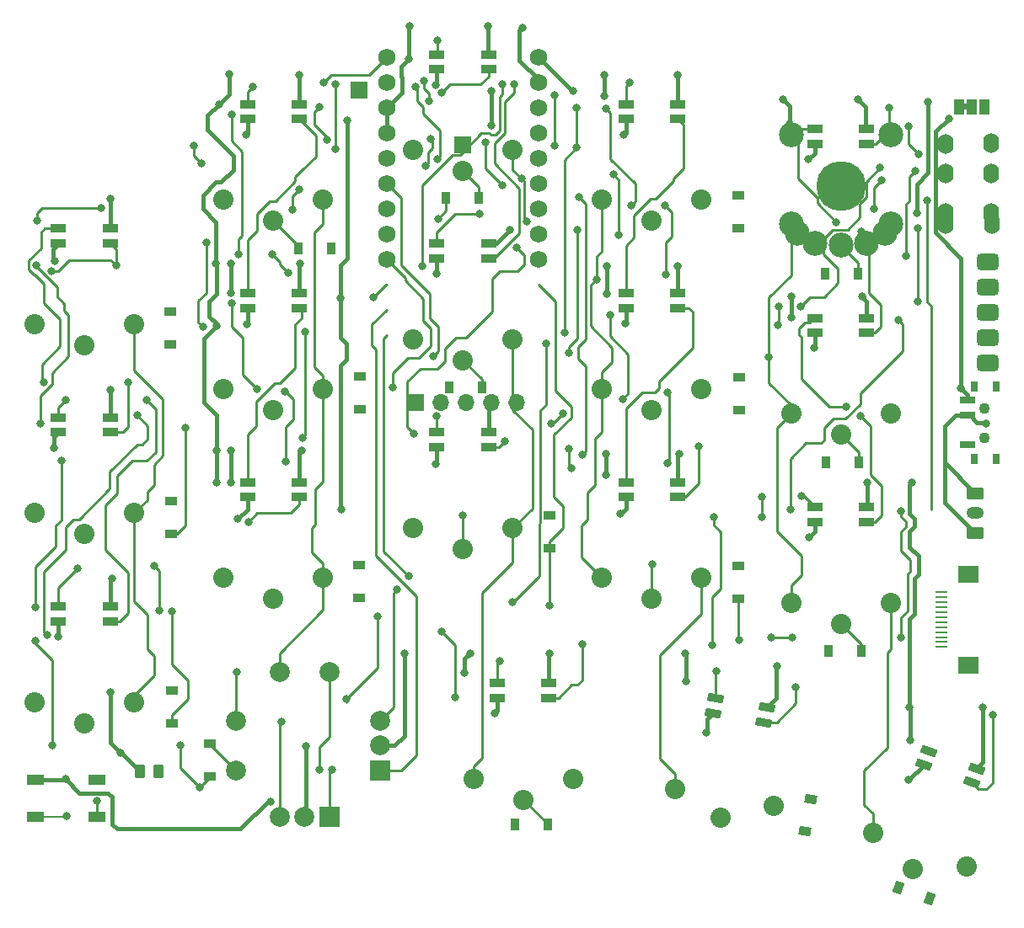
<source format=gbr>
%TF.GenerationSoftware,KiCad,Pcbnew,7.0.9*%
%TF.CreationDate,2023-12-02T05:10:55-05:00*%
%TF.ProjectId,bgkeeb,62676b65-6562-42e6-9b69-6361645f7063,rev?*%
%TF.SameCoordinates,Original*%
%TF.FileFunction,Copper,L1,Top*%
%TF.FilePolarity,Positive*%
%FSLAX46Y46*%
G04 Gerber Fmt 4.6, Leading zero omitted, Abs format (unit mm)*
G04 Created by KiCad (PCBNEW 7.0.9) date 2023-12-02 05:10:55*
%MOMM*%
%LPD*%
G01*
G04 APERTURE LIST*
G04 Aperture macros list*
%AMRoundRect*
0 Rectangle with rounded corners*
0 $1 Rounding radius*
0 $2 $3 $4 $5 $6 $7 $8 $9 X,Y pos of 4 corners*
0 Add a 4 corners polygon primitive as box body*
4,1,4,$2,$3,$4,$5,$6,$7,$8,$9,$2,$3,0*
0 Add four circle primitives for the rounded corners*
1,1,$1+$1,$2,$3*
1,1,$1+$1,$4,$5*
1,1,$1+$1,$6,$7*
1,1,$1+$1,$8,$9*
0 Add four rect primitives between the rounded corners*
20,1,$1+$1,$2,$3,$4,$5,0*
20,1,$1+$1,$4,$5,$6,$7,0*
20,1,$1+$1,$6,$7,$8,$9,0*
20,1,$1+$1,$8,$9,$2,$3,0*%
%AMRotRect*
0 Rectangle, with rotation*
0 The origin of the aperture is its center*
0 $1 length*
0 $2 width*
0 $3 Rotation angle, in degrees counterclockwise*
0 Add horizontal line*
21,1,$1,$2,0,0,$3*%
G04 Aperture macros list end*
%TA.AperFunction,ComponentPad*%
%ADD10C,1.750000*%
%TD*%
%TA.AperFunction,SMDPad,CuDef*%
%ADD11R,1.000000X1.500000*%
%TD*%
%TA.AperFunction,ComponentPad*%
%ADD12O,1.700000X1.700000*%
%TD*%
%TA.AperFunction,ComponentPad*%
%ADD13R,1.700000X1.700000*%
%TD*%
%TA.AperFunction,SMDPad,CuDef*%
%ADD14R,1.250000X0.280000*%
%TD*%
%TA.AperFunction,SMDPad,CuDef*%
%ADD15R,2.000000X1.800000*%
%TD*%
%TA.AperFunction,SMDPad,CuDef*%
%ADD16RoundRect,0.250000X-0.262500X-0.450000X0.262500X-0.450000X0.262500X0.450000X-0.262500X0.450000X0*%
%TD*%
%TA.AperFunction,ComponentPad*%
%ADD17C,2.032000*%
%TD*%
%TA.AperFunction,SMDPad,CuDef*%
%ADD18R,1.800000X1.100000*%
%TD*%
%TA.AperFunction,ComponentPad*%
%ADD19R,2.000000X2.000000*%
%TD*%
%TA.AperFunction,ComponentPad*%
%ADD20C,2.000000*%
%TD*%
%TA.AperFunction,ComponentPad*%
%ADD21O,1.600000X2.000000*%
%TD*%
%TA.AperFunction,SMDPad,CuDef*%
%ADD22R,1.200000X0.900000*%
%TD*%
%TA.AperFunction,SMDPad,CuDef*%
%ADD23R,0.900000X1.200000*%
%TD*%
%TA.AperFunction,SMDPad,CuDef*%
%ADD24RotRect,0.900000X1.200000X80.000000*%
%TD*%
%TA.AperFunction,SMDPad,CuDef*%
%ADD25RotRect,0.900000X1.200000X340.000000*%
%TD*%
%TA.AperFunction,ComponentPad*%
%ADD26RoundRect,0.250000X-0.625000X0.350000X-0.625000X-0.350000X0.625000X-0.350000X0.625000X0.350000X0*%
%TD*%
%TA.AperFunction,ComponentPad*%
%ADD27O,1.750000X1.200000*%
%TD*%
%TA.AperFunction,ComponentPad*%
%ADD28C,2.500000*%
%TD*%
%TA.AperFunction,WasherPad*%
%ADD29C,5.000000*%
%TD*%
%TA.AperFunction,SMDPad,CuDef*%
%ADD30R,0.800000X1.000000*%
%TD*%
%TA.AperFunction,WasherPad*%
%ADD31C,1.100000*%
%TD*%
%TA.AperFunction,SMDPad,CuDef*%
%ADD32R,1.500000X0.700000*%
%TD*%
%TA.AperFunction,ComponentPad*%
%ADD33RoundRect,0.425000X0.675000X0.425000X-0.675000X0.425000X-0.675000X-0.425000X0.675000X-0.425000X0*%
%TD*%
%TA.AperFunction,ComponentPad*%
%ADD34RoundRect,0.425000X0.675000X-0.425000X0.675000X0.425000X-0.675000X0.425000X-0.675000X-0.425000X0*%
%TD*%
%TA.AperFunction,SMDPad,CuDef*%
%ADD35RoundRect,0.082000X0.718000X-0.328000X0.718000X0.328000X-0.718000X0.328000X-0.718000X-0.328000X0*%
%TD*%
%TA.AperFunction,SMDPad,CuDef*%
%ADD36RoundRect,0.082000X0.650135X-0.447696X0.764049X0.198338X-0.650135X0.447696X-0.764049X-0.198338X0*%
%TD*%
%TA.AperFunction,SMDPad,CuDef*%
%ADD37RoundRect,0.082000X0.562517X-0.553790X0.786882X0.062649X-0.562517X0.553790X-0.786882X-0.062649X0*%
%TD*%
%TA.AperFunction,ViaPad*%
%ADD38C,0.800000*%
%TD*%
%TA.AperFunction,Conductor*%
%ADD39C,0.381000*%
%TD*%
%TA.AperFunction,Conductor*%
%ADD40C,0.254000*%
%TD*%
%TA.AperFunction,Conductor*%
%ADD41C,0.200000*%
%TD*%
%TA.AperFunction,Conductor*%
%ADD42C,0.400000*%
%TD*%
G04 APERTURE END LIST*
%TA.AperFunction,EtchedComponent*%
%TO.C,JP1*%
G36*
X149745193Y-40256804D02*
G01*
X149245193Y-40256804D01*
X149245193Y-39656804D01*
X149745193Y-39656804D01*
X149745193Y-40256804D01*
G37*
%TD.AperFunction*%
%TD*%
D10*
%TO.P,U1,1,0*%
%TO.N,led*%
X91369593Y-34978404D03*
%TO.P,U1,2,1*%
%TO.N,col4*%
X91369593Y-37518404D03*
%TO.P,U1,3,2*%
%TO.N,row0*%
X91369593Y-40058404D03*
%TO.P,U1,4,3*%
%TO.N,row1*%
X91369593Y-42598404D03*
%TO.P,U1,5,4*%
%TO.N,row2*%
X91369593Y-45138404D03*
%TO.P,U1,6,5*%
%TO.N,row3*%
X91369593Y-47678404D03*
%TO.P,U1,7,6*%
%TO.N,data*%
X91369593Y-50218404D03*
%TO.P,U1,8,7*%
%TO.N,ENC1A*%
X91369593Y-52758404D03*
%TO.P,U1,9,8*%
%TO.N,ENC1B*%
X91369593Y-55298404D03*
%TO.P,U1,15,14*%
%TO.N,sda*%
X106609593Y-55298404D03*
%TO.P,U1,16,15*%
%TO.N,scl*%
X106609593Y-52758404D03*
%TO.P,U1,17,26*%
%TO.N,col3*%
X106609593Y-50218404D03*
%TO.P,U1,18,27*%
%TO.N,col2*%
X106609593Y-47678404D03*
%TO.P,U1,19,28*%
%TO.N,col1*%
X106609593Y-45138404D03*
%TO.P,U1,20,29*%
%TO.N,col0*%
X106609593Y-42598404D03*
%TO.P,U1,21,3V3*%
%TO.N,+3.3V*%
X106609593Y-40058404D03*
%TO.P,U1,22,GND*%
%TO.N,GND*%
X106609593Y-37518404D03*
%TO.P,U1,23,5V*%
%TO.N,+5V*%
X106609593Y-34978404D03*
%TD*%
D11*
%TO.P,JP1,3,B*%
%TO.N,+3.3V*%
X151445193Y-39956804D03*
%TO.P,JP1,2,C*%
%TO.N,Net-(JP1-C)*%
X150145193Y-39956804D03*
%TO.P,JP1,1,A*%
%TO.N,+5V*%
X148845193Y-39956804D03*
%TD*%
D12*
%TO.P,J4,5,Pin_10*%
%TO.N,GPIO_X1*%
X104450593Y-69725604D03*
%TO.P,J4,4,Pin_11*%
%TO.N,SCK*%
X101910593Y-69725604D03*
%TO.P,J4,3,Pin_12*%
%TO.N,SPI TX*%
X99370593Y-69725604D03*
%TO.P,J4,2,Pin_13*%
%TO.N,SPI RX*%
X96830593Y-69725604D03*
D13*
%TO.P,J4,1,Pin_14*%
%TO.N,CS*%
X94290593Y-69725604D03*
%TD*%
%TO.P,J3,1,Pin_1*%
%TO.N,RESET*%
X88600993Y-38255004D03*
%TD*%
%TO.P,J2,1,Pin_1*%
%TO.N,Bat+ Pad*%
X99014993Y-43817604D03*
%TD*%
D14*
%TO.P,J5,1,3V3*%
%TO.N,+3.3V*%
X147071793Y-94274204D03*
%TO.P,J5,2,GND*%
%TO.N,GND*%
X147071793Y-93774204D03*
%TO.P,J5,3,SDA*%
%TO.N,sda*%
X147071793Y-93274204D03*
%TO.P,J5,4,SCL*%
%TO.N,scl*%
X147071793Y-92774204D03*
%TO.P,J5,5,RGB_LED_OUT*%
%TO.N,unconnected-(J5-RGB_LED_OUT-Pad5)*%
X147071793Y-92274204D03*
%TO.P,J5,6,5V*%
%TO.N,+5V*%
X147071793Y-91774204D03*
%TO.P,J5,7,GND*%
%TO.N,GND*%
X147071793Y-91274204D03*
%TO.P,J5,8,MOSI*%
%TO.N,SPI TX*%
X147071793Y-90774204D03*
%TO.P,J5,9,GPIO_AD*%
%TO.N,GPIO_X1*%
X147071793Y-90274204D03*
%TO.P,J5,10,SPI_CS*%
%TO.N,CS*%
X147071793Y-89774204D03*
%TO.P,J5,11,MISO*%
%TO.N,SPI RX*%
X147071793Y-89274204D03*
%TO.P,J5,12,SCLK*%
%TO.N,SCK*%
X147071793Y-88774204D03*
D15*
%TO.P,J5,13*%
%TO.N,N/C*%
X149795793Y-86974204D03*
%TO.P,J5,14*%
X149795793Y-96074204D03*
%TD*%
D16*
%TO.P,R4,1*%
%TO.N,+5V*%
X66581093Y-106809604D03*
%TO.P,R4,2*%
%TO.N,RESET*%
X68406093Y-106809604D03*
%TD*%
D17*
%TO.P,SW2,1,1*%
%TO.N,Net-(D10-A)*%
X79997588Y-51426488D03*
%TO.P,SW2,2,2*%
%TO.N,col1*%
X74997588Y-49326488D03*
X84997588Y-49326488D03*
%TD*%
%TO.P,SW3,1,1*%
%TO.N,Net-(D18-A)*%
X98997587Y-46426488D03*
%TO.P,SW3,2,2*%
%TO.N,col2*%
X93997587Y-44326488D03*
X103997587Y-44326488D03*
%TD*%
%TO.P,SW4,1,1*%
%TO.N,Net-(D27-A)*%
X117997586Y-51426488D03*
%TO.P,SW4,2,2*%
%TO.N,col3*%
X112997586Y-49326488D03*
X122997586Y-49326488D03*
%TD*%
%TO.P,SW5,1,1*%
%TO.N,Net-(D31-A)*%
X136997585Y-53926489D03*
%TO.P,SW5,2,2*%
%TO.N,col4*%
X131997585Y-51826489D03*
X141997585Y-51826489D03*
%TD*%
%TO.P,SW11,1,1*%
%TO.N,Net-(D11-A)*%
X60997589Y-82926486D03*
%TO.P,SW11,2,2*%
%TO.N,col0*%
X55997589Y-80826486D03*
X65997589Y-80826486D03*
%TD*%
%TO.P,SW12,1,1*%
%TO.N,Net-(D12-A)*%
X79997588Y-70426487D03*
%TO.P,SW12,2,2*%
%TO.N,col1*%
X74997588Y-68326487D03*
X84997588Y-68326487D03*
%TD*%
%TO.P,SW13,1,1*%
%TO.N,Net-(D13-A)*%
X98997587Y-65426487D03*
%TO.P,SW13,2,2*%
%TO.N,col2*%
X93997587Y-63326487D03*
X103997587Y-63326487D03*
%TD*%
%TO.P,SW14,1,1*%
%TO.N,Net-(D14-A)*%
X117997586Y-70426487D03*
%TO.P,SW14,2,2*%
%TO.N,col3*%
X112997586Y-68326487D03*
X122997586Y-68326487D03*
%TD*%
%TO.P,SW15,1,1*%
%TO.N,Net-(D15-A)*%
X136997585Y-72926488D03*
%TO.P,SW15,2,2*%
%TO.N,col4*%
X131997585Y-70826488D03*
X141997585Y-70826488D03*
%TD*%
%TO.P,SW21,1,1*%
%TO.N,Net-(D21-A)*%
X60997588Y-101926485D03*
%TO.P,SW21,2,2*%
%TO.N,col0*%
X55997588Y-99826485D03*
X65997588Y-99826485D03*
%TD*%
%TO.P,SW22,1,1*%
%TO.N,Net-(D17-A)*%
X79997587Y-89426486D03*
%TO.P,SW22,2,2*%
%TO.N,col1*%
X74997587Y-87326486D03*
X84997587Y-87326486D03*
%TD*%
%TO.P,SW23,1,1*%
%TO.N,Net-(D20-A)*%
X98997586Y-84426487D03*
%TO.P,SW23,2,2*%
%TO.N,col2*%
X93997586Y-82326487D03*
X103997586Y-82326487D03*
%TD*%
%TO.P,SW24,1,1*%
%TO.N,Net-(D24-A)*%
X117997586Y-89426487D03*
%TO.P,SW24,2,2*%
%TO.N,col3*%
X112997586Y-87326487D03*
X122997586Y-87326487D03*
%TD*%
%TO.P,SW25,1,1*%
%TO.N,Net-(D25-A)*%
X136997585Y-91926487D03*
%TO.P,SW25,2,2*%
%TO.N,col4*%
X131997585Y-89826487D03*
X141997585Y-89826487D03*
%TD*%
%TO.P,SW34,1,1*%
%TO.N,Net-(D30-A)*%
X124939150Y-111451122D03*
%TO.P,SW34,2,2*%
%TO.N,col3*%
X120379772Y-108514785D03*
X130227850Y-110251266D03*
%TD*%
%TO.P,SW35,1,1*%
%TO.N,Net-(D35-A)*%
X144230196Y-116620142D03*
%TO.P,SW35,2,2*%
%TO.N,col4*%
X140249975Y-112936687D03*
X149646902Y-116356889D03*
%TD*%
D18*
%TO.P,SW41,1,1*%
%TO.N,GND*%
X56061193Y-107630804D03*
%TO.P,SW41,2,2*%
%TO.N,RESET*%
X62261193Y-111330804D03*
%TO.P,SW41,3*%
%TO.N,N/C*%
X56061193Y-111330804D03*
%TO.P,SW41,4*%
X62261193Y-107630804D03*
%TD*%
D17*
%TO.P,SW1,1,1*%
%TO.N,Net-(D1-A)*%
X60997589Y-63926487D03*
%TO.P,SW1,2,2*%
%TO.N,col0*%
X55997589Y-61826487D03*
X65997589Y-61826487D03*
%TD*%
D19*
%TO.P,SW42,A,A*%
%TO.N,ENC1A*%
X90741593Y-106693404D03*
D20*
%TO.P,SW42,B,B*%
%TO.N,ENC1B*%
X90741593Y-101693404D03*
%TO.P,SW42,C,C*%
%TO.N,GND*%
X90741593Y-104193404D03*
%TO.P,SW42,S1,S1*%
%TO.N,col1*%
X76241593Y-101693404D03*
%TO.P,SW42,S2,S2*%
%TO.N,Net-(D37-A)*%
X76241593Y-106693404D03*
%TD*%
D17*
%TO.P,SW6,1,1*%
%TO.N,Net-(D26-A)*%
X105078593Y-109614404D03*
%TO.P,SW6,2,2*%
%TO.N,col2*%
X100078593Y-107514404D03*
X110078593Y-107514404D03*
%TD*%
D21*
%TO.P,U3,1,SLEEVE*%
%TO.N,GND*%
X147540393Y-51739404D03*
%TO.P,U3,2,TIP*%
X152140393Y-50639404D03*
%TO.P,U3,3,RING1*%
%TO.N,data*%
X152140393Y-46639404D03*
%TO.P,U3,4,RING2*%
%TO.N,Net-(JP1-C)*%
X152140393Y-43639404D03*
%TD*%
D22*
%TO.P,D7,1,K*%
%TO.N,row0*%
X69665293Y-63857204D03*
%TO.P,D7,2,A*%
%TO.N,Net-(D1-A)*%
X69665293Y-60557204D03*
%TD*%
%TO.P,D8,1,K*%
%TO.N,row1*%
X69677993Y-82869104D03*
%TO.P,D8,2,A*%
%TO.N,Net-(D11-A)*%
X69677993Y-79569104D03*
%TD*%
%TO.P,D9,1,K*%
%TO.N,row2*%
X69779593Y-101919104D03*
%TO.P,D9,2,A*%
%TO.N,Net-(D21-A)*%
X69779593Y-98619104D03*
%TD*%
D23*
%TO.P,D10,1,K*%
%TO.N,row0*%
X85818693Y-54168104D03*
%TO.P,D10,2,A*%
%TO.N,Net-(D10-A)*%
X82518693Y-54168104D03*
%TD*%
D22*
%TO.P,D16,1,K*%
%TO.N,row1*%
X88677193Y-70359604D03*
%TO.P,D16,2,A*%
%TO.N,Net-(D12-A)*%
X88677193Y-67059604D03*
%TD*%
%TO.P,D17,1,K*%
%TO.N,row2*%
X88613693Y-89371504D03*
%TO.P,D17,2,A*%
%TO.N,Net-(D17-A)*%
X88613693Y-86071504D03*
%TD*%
D23*
%TO.P,D18,1,K*%
%TO.N,row0*%
X97326893Y-49100804D03*
%TO.P,D18,2,A*%
%TO.N,Net-(D18-A)*%
X100626893Y-49100804D03*
%TD*%
%TO.P,D19,1,K*%
%TO.N,row1*%
X97631693Y-68201604D03*
%TO.P,D19,2,A*%
%TO.N,Net-(D13-A)*%
X100931693Y-68201604D03*
%TD*%
D22*
%TO.P,D20,1,K*%
%TO.N,row2*%
X107752593Y-84367704D03*
%TO.P,D20,2,A*%
%TO.N,Net-(D20-A)*%
X107752593Y-81067704D03*
%TD*%
D23*
%TO.P,D26,1,K*%
%TO.N,row3*%
X104222993Y-112118204D03*
%TO.P,D26,2,A*%
%TO.N,Net-(D26-A)*%
X107522993Y-112118204D03*
%TD*%
D22*
%TO.P,D27,1,K*%
%TO.N,row0*%
X126726393Y-52160504D03*
%TO.P,D27,2,A*%
%TO.N,Net-(D27-A)*%
X126726393Y-48860504D03*
%TD*%
%TO.P,D28,1,K*%
%TO.N,row1*%
X126802593Y-70448504D03*
%TO.P,D28,2,A*%
%TO.N,Net-(D14-A)*%
X126802593Y-67148504D03*
%TD*%
%TO.P,D29,1,K*%
%TO.N,row2*%
X126739093Y-89396904D03*
%TO.P,D29,2,A*%
%TO.N,Net-(D24-A)*%
X126739093Y-86096904D03*
%TD*%
D24*
%TO.P,D30,1,K*%
%TO.N,row3*%
X133374074Y-112790637D03*
%TO.P,D30,2,A*%
%TO.N,Net-(D30-A)*%
X133947112Y-109540771D03*
%TD*%
D23*
%TO.P,D31,1,K*%
%TO.N,row0*%
X135452293Y-56733504D03*
%TO.P,D31,2,A*%
%TO.N,Net-(D31-A)*%
X138752293Y-56733504D03*
%TD*%
%TO.P,D32,1,K*%
%TO.N,row1*%
X135477693Y-75694604D03*
%TO.P,D32,2,A*%
%TO.N,Net-(D15-A)*%
X138777693Y-75694604D03*
%TD*%
%TO.P,D33,1,K*%
%TO.N,row2*%
X135757093Y-94693804D03*
%TO.P,D33,2,A*%
%TO.N,Net-(D25-A)*%
X139057093Y-94693804D03*
%TD*%
D25*
%TO.P,D36,1,K*%
%TO.N,row3*%
X142778100Y-118424571D03*
%TO.P,D36,2,A*%
%TO.N,Net-(D35-A)*%
X145879086Y-119553237D03*
%TD*%
D22*
%TO.P,D37,1,K*%
%TO.N,row3*%
X73589593Y-107291204D03*
%TO.P,D37,2,A*%
%TO.N,Net-(D37-A)*%
X73589593Y-103991204D03*
%TD*%
D26*
%TO.P,BATJ1,1,Pin_1*%
%TO.N,BT+*%
X150486993Y-78800004D03*
X150486993Y-82800004D03*
D27*
%TO.P,BATJ1,2,Pin_2*%
%TO.N,GND*%
X150486993Y-80800004D03*
%TD*%
D28*
%TO.P,SW\u002A,*%
%TO.N,*%
X132009593Y-42801604D03*
D29*
X137009593Y-47951604D03*
D28*
X142009593Y-42801604D03*
%TO.P,SW\u002A,1*%
%TO.N,N/C*%
X134409593Y-53701604D03*
X137009593Y-53851604D03*
X139609593Y-53701604D03*
%TO.P,SW\u002A,2*%
X132009593Y-51751604D03*
X132609593Y-52651604D03*
X141409593Y-52651604D03*
X142009593Y-51751604D03*
%TD*%
D30*
%TO.P,SW_POWER1,*%
%TO.N,*%
X150373793Y-75349204D03*
X152583793Y-75349204D03*
D31*
X151415793Y-73281204D03*
X151415793Y-70281204D03*
D30*
X150373793Y-68049204D03*
X152583793Y-68049204D03*
D32*
%TO.P,SW_POWER1,1,A*%
%TO.N,unconnected-(SW_POWER1-A-Pad1)*%
X149723793Y-73949204D03*
%TO.P,SW_POWER1,2,B*%
%TO.N,BT+*%
X149723793Y-70949204D03*
%TO.P,SW_POWER1,3,C*%
%TO.N,Bat+ Pad*%
X149723793Y-69449204D03*
%TD*%
D33*
%TO.P,J1,1,Pin_1*%
%TO.N,+5V*%
X151745393Y-55577804D03*
D34*
%TO.P,J1,2,Pin_2*%
%TO.N,sda*%
X151745393Y-58117804D03*
%TO.P,J1,3,Pin_3*%
%TO.N,scl*%
X151745393Y-60657804D03*
%TO.P,J1,4,Pin_4*%
%TO.N,unconnected-(J1-Pin_4-Pad4)*%
X151745393Y-63197804D03*
%TO.P,J1,5,Pin_5*%
%TO.N,GND*%
X151745393Y-65737804D03*
%TD*%
D21*
%TO.P,U4,1,SLEEVE*%
%TO.N,GND*%
X152151793Y-51767804D03*
%TO.P,U4,2,TIP*%
X147551793Y-50667804D03*
%TO.P,U4,3,RING1*%
%TO.N,data*%
X147551793Y-46667804D03*
%TO.P,U4,4,RING2*%
%TO.N,Net-(JP1-C)*%
X147551793Y-43667804D03*
%TD*%
D19*
%TO.P,SW7,A,A*%
%TO.N,ENC1A*%
X85614593Y-111312404D03*
D20*
%TO.P,SW7,B,B*%
%TO.N,ENC1B*%
X80614593Y-111312404D03*
%TO.P,SW7,C,C*%
%TO.N,GND*%
X83114593Y-111312404D03*
%TO.P,SW7,S1,S1*%
%TO.N,col1*%
X80614593Y-96812404D03*
%TO.P,SW7,S2,S2*%
%TO.N,Net-(D37-A)*%
X85614593Y-96812404D03*
%TD*%
D35*
%TO.P,D38,1,VDD*%
%TO.N,+5V*%
X58397589Y-53696488D03*
%TO.P,D38,2,DOUT*%
%TO.N,Net-(D38-DOUT)*%
X58397589Y-52196488D03*
%TO.P,D38,3,VSS*%
%TO.N,GND*%
X63597589Y-52196488D03*
%TO.P,D38,4,DIN*%
%TO.N,led*%
X63597589Y-53696488D03*
%TD*%
%TO.P,D39,1,VDD*%
%TO.N,+5V*%
X115397586Y-79196488D03*
%TO.P,D39,2,DOUT*%
%TO.N,Net-(D39-DOUT)*%
X115397586Y-77696488D03*
%TO.P,D39,3,VSS*%
%TO.N,GND*%
X120597586Y-77696488D03*
%TO.P,D39,4,DIN*%
%TO.N,Net-(D39-DIN)*%
X120597586Y-79196488D03*
%TD*%
%TO.P,D40,1,VDD*%
%TO.N,+5V*%
X58397589Y-72696487D03*
%TO.P,D40,2,DOUT*%
%TO.N,Net-(D40-DOUT)*%
X58397589Y-71196487D03*
%TO.P,D40,3,VSS*%
%TO.N,GND*%
X63597589Y-71196487D03*
%TO.P,D40,4,DIN*%
%TO.N,Net-(D38-DOUT)*%
X63597589Y-72696487D03*
%TD*%
%TO.P,D44,1,VDD*%
%TO.N,+5V*%
X115397586Y-60196488D03*
%TO.P,D44,2,DOUT*%
%TO.N,Net-(D44-DOUT)*%
X115397586Y-58696488D03*
%TO.P,D44,3,VSS*%
%TO.N,GND*%
X120597586Y-58696488D03*
%TO.P,D44,4,DIN*%
%TO.N,Net-(D39-DOUT)*%
X120597586Y-60196488D03*
%TD*%
%TO.P,D58,1,VDD*%
%TO.N,+5V*%
X58397588Y-91696486D03*
%TO.P,D58,2,DOUT*%
%TO.N,Net-(D58-DOUT)*%
X58397588Y-90196486D03*
%TO.P,D58,3,VSS*%
%TO.N,GND*%
X63597588Y-90196486D03*
%TO.P,D58,4,DIN*%
%TO.N,Net-(D40-DOUT)*%
X63597588Y-91696486D03*
%TD*%
%TO.P,D61,1,VDD*%
%TO.N,+5V*%
X115397586Y-41196489D03*
%TO.P,D61,2,DOUT*%
%TO.N,Net-(D61-DOUT)*%
X115397586Y-39696489D03*
%TO.P,D61,3,VSS*%
%TO.N,GND*%
X120597586Y-39696489D03*
%TO.P,D61,4,DIN*%
%TO.N,Net-(D44-DOUT)*%
X120597586Y-41196489D03*
%TD*%
%TO.P,D62,1,VDD*%
%TO.N,+5V*%
X134397585Y-43696490D03*
%TO.P,D62,2,DOUT*%
%TO.N,Net-(D62-DOUT)*%
X134397585Y-42196490D03*
%TO.P,D62,3,VSS*%
%TO.N,GND*%
X139597585Y-42196490D03*
%TO.P,D62,4,DIN*%
%TO.N,Net-(D61-DOUT)*%
X139597585Y-43696490D03*
%TD*%
%TO.P,D63,1,VDD*%
%TO.N,+5V*%
X77397587Y-79196487D03*
%TO.P,D63,2,DOUT*%
%TO.N,Net-(D63-DOUT)*%
X77397587Y-77696487D03*
%TO.P,D63,3,VSS*%
%TO.N,GND*%
X82597587Y-77696487D03*
%TO.P,D63,4,DIN*%
%TO.N,Net-(D58-DOUT)*%
X82597587Y-79196487D03*
%TD*%
%TO.P,D64,1,VDD*%
%TO.N,+5V*%
X134397585Y-62696489D03*
%TO.P,D64,2,DOUT*%
%TO.N,Net-(D64-DOUT)*%
X134397585Y-61196489D03*
%TO.P,D64,3,VSS*%
%TO.N,GND*%
X139597585Y-61196489D03*
%TO.P,D64,4,DIN*%
%TO.N,Net-(D62-DOUT)*%
X139597585Y-62696489D03*
%TD*%
%TO.P,D65,1,VDD*%
%TO.N,+5V*%
X77397588Y-60196488D03*
%TO.P,D65,2,DOUT*%
%TO.N,Net-(D65-DOUT)*%
X77397588Y-58696488D03*
%TO.P,D65,3,VSS*%
%TO.N,GND*%
X82597588Y-58696488D03*
%TO.P,D65,4,DIN*%
%TO.N,Net-(D63-DOUT)*%
X82597588Y-60196488D03*
%TD*%
%TO.P,D66,1,VDD*%
%TO.N,+5V*%
X134397585Y-81696488D03*
%TO.P,D66,2,DOUT*%
%TO.N,Net-(D66-DOUT)*%
X134397585Y-80196488D03*
%TO.P,D66,3,VSS*%
%TO.N,GND*%
X139597585Y-80196488D03*
%TO.P,D66,4,DIN*%
%TO.N,Net-(D64-DOUT)*%
X139597585Y-81696488D03*
%TD*%
%TO.P,D67,1,VDD*%
%TO.N,+5V*%
X77397588Y-41196489D03*
%TO.P,D67,2,DOUT*%
%TO.N,Net-(D67-DOUT)*%
X77397588Y-39696489D03*
%TO.P,D67,3,VSS*%
%TO.N,GND*%
X82597588Y-39696489D03*
%TO.P,D67,4,DIN*%
%TO.N,Net-(D65-DOUT)*%
X82597588Y-41196489D03*
%TD*%
%TO.P,D68,1,VDD*%
%TO.N,+5V*%
X102478593Y-99384405D03*
%TO.P,D68,2,DOUT*%
%TO.N,Net-(D68-DOUT)*%
X102478593Y-97884405D03*
%TO.P,D68,3,VSS*%
%TO.N,GND*%
X107678593Y-97884405D03*
%TO.P,D68,4,DIN*%
%TO.N,Net-(D66-DOUT)*%
X107678593Y-99384405D03*
%TD*%
%TO.P,D69,1,VDD*%
%TO.N,+5V*%
X96397587Y-36196489D03*
%TO.P,D69,2,DOUT*%
%TO.N,Net-(D69-DOUT)*%
X96397587Y-34696489D03*
%TO.P,D69,3,VSS*%
%TO.N,GND*%
X101597587Y-34696489D03*
%TO.P,D69,4,DIN*%
%TO.N,Net-(D67-DOUT)*%
X101597587Y-36196489D03*
%TD*%
%TO.P,D70,1,VDD*%
%TO.N,+5V*%
X96397587Y-55196488D03*
%TO.P,D70,2,DOUT*%
%TO.N,Net-(D70-DOUT)*%
X96397587Y-53696488D03*
%TO.P,D70,3,VSS*%
%TO.N,GND*%
X101597587Y-53696488D03*
%TO.P,D70,4,DIN*%
%TO.N,Net-(D69-DOUT)*%
X101597587Y-55196488D03*
%TD*%
D36*
%TO.P,D71,1,VDD*%
%TO.N,+5V*%
X124155070Y-100925054D03*
%TO.P,D71,2,DOUT*%
%TO.N,Net-(D71-DOUT)*%
X124415543Y-99447843D03*
%TO.P,D71,3,VSS*%
%TO.N,GND*%
X129536543Y-100350813D03*
%TO.P,D71,4,DIN*%
%TO.N,Net-(D68-DOUT)*%
X129276071Y-101828025D03*
%TD*%
D35*
%TO.P,D72,1,VDD*%
%TO.N,+5V*%
X96397586Y-74196488D03*
%TO.P,D72,2,DOUT*%
%TO.N,Net-(D39-DIN)*%
X96397586Y-72696488D03*
%TO.P,D72,3,VSS*%
%TO.N,GND*%
X101597586Y-72696488D03*
%TO.P,D72,4,DIN*%
%TO.N,Net-(D70-DOUT)*%
X101597586Y-74196488D03*
%TD*%
D37*
%TO.P,D73,1,VDD*%
%TO.N,+5V*%
X145285861Y-106117836D03*
%TO.P,D73,2,DOUT*%
%TO.N,unconnected-(D73-DOUT-Pad2)*%
X145798891Y-104708297D03*
%TO.P,D73,3,VSS*%
%TO.N,GND*%
X150685293Y-106486801D03*
%TO.P,D73,4,DIN*%
%TO.N,Net-(D71-DOUT)*%
X150172263Y-107896340D03*
%TD*%
D38*
%TO.N,RESET*%
X87330993Y-99519804D03*
X90455193Y-91214004D03*
X104044193Y-89740804D03*
X109225793Y-62689804D03*
X107396993Y-63756604D03*
X62261193Y-109781404D03*
%TO.N,+5V*%
X64674193Y-104930004D03*
X63632793Y-98859404D03*
%TO.N,*%
X59187793Y-111305404D03*
%TO.N,GND*%
X79699807Y-109814904D03*
X59111593Y-107546204D03*
X144620693Y-50675604D03*
X113483393Y-58740104D03*
X63823293Y-87353204D03*
X74224593Y-55717504D03*
X113483393Y-56009604D03*
X139134293Y-59057604D03*
X143909493Y-100358004D03*
X121370093Y-94909704D03*
X144138093Y-77739304D03*
X131222193Y-39230304D03*
X75726293Y-77713904D03*
X120630393Y-56009604D03*
X74272293Y-62016704D03*
X74542093Y-39702804D03*
X107752593Y-94909704D03*
X130561793Y-96179704D03*
X83292393Y-104269604D03*
X93706393Y-31828804D03*
X74272293Y-74513504D03*
X99741993Y-94909704D03*
X139642293Y-77739304D03*
X113378693Y-74894504D03*
X82631993Y-55717504D03*
X82619293Y-36731004D03*
X93134893Y-94909704D03*
X63594693Y-68455604D03*
X113277093Y-36743704D03*
X120566893Y-36756404D03*
X138740593Y-39230304D03*
X113238993Y-38915404D03*
X145750993Y-39448804D03*
X113402593Y-76948404D03*
X82809793Y-74513504D03*
X120744693Y-74894504D03*
X75726293Y-55717504D03*
X63645476Y-49179894D03*
X132025393Y-59057604D03*
X131882593Y-41709404D03*
X151250093Y-100358004D03*
X103790193Y-52339304D03*
X101707393Y-70233604D03*
X75726293Y-58689304D03*
X75558093Y-36685956D03*
X105009393Y-31981204D03*
X75726293Y-74513504D03*
X93587593Y-35153404D03*
X121468593Y-97744404D03*
X132025393Y-61165804D03*
X99192593Y-96888404D03*
X143972993Y-103685404D03*
X101529593Y-31866904D03*
X74272293Y-77718704D03*
%TO.N,+5V*%
X57955893Y-74272204D03*
X115321793Y-61750004D03*
X101882593Y-38328404D03*
X134333693Y-64201104D03*
X123487893Y-102847204D03*
X96322593Y-75859704D03*
X86852087Y-80466110D03*
X86740443Y-59203654D03*
X77259893Y-42788904D03*
X87407193Y-41366504D03*
X96360693Y-56733504D03*
X102202693Y-100929504D03*
X58006693Y-55476204D03*
X133774893Y-83251104D03*
X96322593Y-37772404D03*
X58400393Y-93246004D03*
X133736793Y-45252704D03*
X101912593Y-41818404D03*
X77297993Y-61813504D03*
X115220193Y-42738104D03*
X143833293Y-107635104D03*
X114851893Y-80876204D03*
X76447093Y-81371504D03*
%TO.N,BT+*%
X151549593Y-71796404D03*
%TO.N,row0*%
X97326893Y-49100804D03*
X72912593Y-62068404D03*
X135452293Y-56733504D03*
X85818693Y-54168104D03*
X96522593Y-51198404D03*
X73232593Y-53638404D03*
X126726393Y-52160504D03*
X69665293Y-63870904D03*
%TO.N,Net-(D1-A)*%
X69665293Y-60557204D03*
%TO.N,Net-(D10-A)*%
X82518693Y-54168104D03*
%TO.N,row1*%
X135477693Y-75694604D03*
X71151193Y-72252904D03*
X88677193Y-70359604D03*
X69698193Y-82882804D03*
X126802593Y-70448504D03*
X91988793Y-68201604D03*
X97631693Y-68201604D03*
%TO.N,Net-(D18-A)*%
X100626893Y-49100804D03*
%TO.N,Net-(D27-A)*%
X126726393Y-48860504D03*
%TO.N,Net-(D31-A)*%
X138752293Y-56733504D03*
%TO.N,Net-(D26-A)*%
X107522993Y-112118204D03*
%TO.N,Net-(D11-A)*%
X69677993Y-79569104D03*
%TO.N,Net-(D21-A)*%
X69779593Y-98619104D03*
%TO.N,Net-(D12-A)*%
X88677193Y-67059604D03*
%TO.N,Net-(D13-A)*%
X100931693Y-68201604D03*
%TO.N,row2*%
X135757093Y-94693804D03*
X107752593Y-84367704D03*
X69772593Y-90708404D03*
X69779593Y-101919104D03*
X126739093Y-89396904D03*
X88613693Y-89371504D03*
X126762593Y-93538404D03*
X107692593Y-90118404D03*
%TO.N,Net-(D14-A)*%
X126802593Y-67148504D03*
%TO.N,Net-(D15-A)*%
X138777693Y-75694604D03*
%TO.N,Net-(D17-A)*%
X88613693Y-86071504D03*
%TO.N,Net-(D20-A)*%
X99032593Y-80998404D03*
X107752593Y-81067704D03*
%TO.N,Net-(D24-A)*%
X126739093Y-86096904D03*
X118042593Y-85968404D03*
%TO.N,Net-(D25-A)*%
X139057093Y-94693804D03*
%TO.N,row3*%
X104222993Y-112118204D03*
X90072593Y-59078404D03*
X82912593Y-73228404D03*
X58702593Y-75548404D03*
X57742593Y-104138404D03*
X72573593Y-108359004D03*
X133381193Y-112791304D03*
X142778100Y-118424571D03*
X56102593Y-93628404D03*
X70672593Y-104118404D03*
X56102593Y-90258404D03*
X83172593Y-62568404D03*
%TO.N,Net-(D30-A)*%
X133947112Y-109540771D03*
%TO.N,Net-(D35-A)*%
X145879086Y-119553237D03*
%TO.N,Net-(D37-A)*%
X84638593Y-106606404D03*
%TO.N,Net-(D38-DOUT)*%
X65410793Y-67665104D03*
X56914493Y-67655504D03*
%TO.N,led*%
X85044993Y-37521504D03*
X57662593Y-56498404D03*
X71976693Y-43906504D03*
X72725993Y-45633704D03*
X64178893Y-55908004D03*
%TO.N,Net-(D39-DIN)*%
X122738593Y-74104004D03*
X109105311Y-70773186D03*
X96424193Y-71024104D03*
X107930393Y-71846504D03*
%TO.N,Net-(D40-DOUT)*%
X59175093Y-69408104D03*
X67303093Y-69471604D03*
%TO.N,Net-(D41-DOUT)*%
X56241393Y-51399504D03*
X62680293Y-50154904D03*
X56152593Y-55888404D03*
X56622593Y-71828404D03*
%TO.N,Net-(D42-DOUT)*%
X66299793Y-70970204D03*
X57244693Y-93080904D03*
%TO.N,Net-(D45-DOUT)*%
X75782593Y-59738404D03*
X78352593Y-68368404D03*
X81252593Y-75608404D03*
X81142593Y-68588404D03*
%TO.N,Net-(D46-DOUT)*%
X75792593Y-40718404D03*
X79882593Y-54788404D03*
X76452593Y-54758404D03*
X81450893Y-56619204D03*
%TO.N,Net-(D47-DOUT)*%
X84638593Y-39956804D03*
X85375193Y-43296904D03*
X95152593Y-37328404D03*
X95636793Y-39410704D03*
%TO.N,Net-(D48-DOUT)*%
X102952895Y-37717149D03*
X94950993Y-55943004D03*
%TO.N,Net-(D49-DOUT)*%
X94142593Y-72788404D03*
X104392593Y-54128404D03*
%TO.N,Net-(D50-DOUT)*%
X109924293Y-76291504D03*
X109657593Y-74348404D03*
%TO.N,Net-(D51-DOUT)*%
X119601693Y-75796204D03*
X119562593Y-68668404D03*
X113792593Y-60908404D03*
X115092593Y-69328404D03*
%TO.N,Net-(D52-DOUT)*%
X113392593Y-40158404D03*
X119352593Y-49898404D03*
X115972593Y-49888404D03*
X119436593Y-56800104D03*
%TO.N,Net-(D54-DOUT)*%
X143802593Y-41948404D03*
X130712593Y-61918404D03*
X132972593Y-60018404D03*
X140932593Y-46088404D03*
X130782593Y-60018404D03*
X144782593Y-44718404D03*
%TO.N,Net-(D55-DOUT)*%
X142792593Y-61358404D03*
X131920693Y-80446504D03*
%TO.N,Net-(D56-DOUT)*%
X129990293Y-93334904D03*
X96881393Y-92725304D03*
X132129960Y-93278037D03*
X143071293Y-80584104D03*
X143045893Y-93284104D03*
X98278393Y-99367404D03*
%TO.N,Net-(D58-DOUT)*%
X67988893Y-86108604D03*
X77501193Y-81676304D03*
X60330793Y-86413404D03*
X68509593Y-90604404D03*
%TO.N,Net-(D61-DOUT)*%
X141839393Y-40071704D03*
X115766293Y-37534204D03*
%TO.N,Net-(D62-DOUT)*%
X139082593Y-52538404D03*
X136531076Y-51552187D03*
%TO.N,Net-(D64-DOUT)*%
X138982593Y-71048404D03*
X137542593Y-70088404D03*
%TO.N,Net-(D66-DOUT)*%
X129063193Y-81231804D03*
X124224493Y-81231804D03*
X124033993Y-94084204D03*
X129052593Y-79158404D03*
X133082593Y-79068404D03*
X111041893Y-94033404D03*
%TO.N,Net-(D67-DOUT)*%
X86213393Y-44185904D03*
X86213393Y-37683504D03*
X77932993Y-37930466D03*
X96933102Y-38564415D03*
%TO.N,Net-(D68-DOUT)*%
X132492193Y-98313304D03*
X102748793Y-95700204D03*
%TO.N,Net-(D69-DOUT)*%
X104142593Y-37688404D03*
X96482593Y-33318404D03*
%TO.N,Net-(D70-DOUT)*%
X100665993Y-50713704D03*
X103232593Y-73608404D03*
X111054425Y-74958172D03*
X110679292Y-49015103D03*
%TO.N,RESET*%
X110412593Y-40078404D03*
X145702593Y-49408404D03*
X110470393Y-44058904D03*
%TO.N,col0*%
X102962593Y-47838404D03*
X81912593Y-50278404D03*
X101322593Y-43498404D03*
X82592593Y-48308404D03*
%TO.N,col1*%
X76352593Y-96798404D03*
%TO.N,col2*%
X109662593Y-64688404D03*
X105462593Y-51478404D03*
X104912593Y-47198404D03*
X110522593Y-52378404D03*
%TO.N,col3*%
X112442593Y-57298404D03*
%TO.N,col4*%
X129782593Y-65148404D03*
%TO.N,sda*%
X95792593Y-43228404D03*
X108272593Y-38798404D03*
X108272593Y-43828404D03*
X144752593Y-52138404D03*
X95312593Y-45928404D03*
X144734993Y-59565604D03*
X140362593Y-50208404D03*
X141092593Y-47378404D03*
%TO.N,scl*%
X96042593Y-65028404D03*
%TO.N,Net-(D71-DOUT)*%
X124525592Y-96729506D03*
X152266093Y-101120004D03*
%TO.N,ENC1B*%
X80828593Y-101780404D03*
X93579393Y-87162704D03*
X92410993Y-88496204D03*
%TO.N,ENC1A*%
X85908593Y-106606404D03*
%TO.N,data*%
X94302593Y-37948404D03*
X96462593Y-45188404D03*
X143515793Y-54993604D03*
X114692593Y-52868404D03*
X114132593Y-46768404D03*
X144493693Y-46433804D03*
%TO.N,*%
X149060393Y-68240404D03*
X147833793Y-41125204D03*
X110063993Y-38356604D03*
%TD*%
D39*
%TO.N,GND*%
X79699807Y-109719418D02*
X79699807Y-109814904D01*
X79609393Y-109629004D02*
X79699807Y-109719418D01*
X64267793Y-112575404D02*
X76662993Y-112575404D01*
X63810593Y-112118204D02*
X64267793Y-112575404D01*
X76662993Y-112575404D02*
X79609393Y-109629004D01*
X63404193Y-108943204D02*
X63810593Y-109349604D01*
X63810593Y-109349604D02*
X63810593Y-112118204D01*
X59111593Y-107546204D02*
X60508593Y-108943204D01*
X60508593Y-108943204D02*
X63404193Y-108943204D01*
D40*
%TO.N,row3*%
X72573593Y-108359004D02*
X73589593Y-107343004D01*
X72573593Y-108359004D02*
X70672593Y-106458004D01*
X70672593Y-106458004D02*
X70672593Y-104118404D01*
X73589593Y-107343004D02*
X73589593Y-107291204D01*
%TO.N,Net-(D37-A)*%
X73589593Y-104041404D02*
X76241593Y-106693404D01*
X73589593Y-103991204D02*
X73589593Y-104041404D01*
%TO.N,RESET*%
X106685793Y-81857304D02*
X106685793Y-87150004D01*
X106761993Y-81781104D02*
X106685793Y-81857304D01*
X106761993Y-70538404D02*
X106761993Y-81781104D01*
X107396993Y-69903404D02*
X106761993Y-70538404D01*
X107396993Y-63756604D02*
X107396993Y-69903404D01*
X106685793Y-87150004D02*
X104094993Y-89740804D01*
X104094993Y-89740804D02*
X104044193Y-89740804D01*
X90455193Y-96395604D02*
X87330993Y-99519804D01*
X90455193Y-91214004D02*
X90455193Y-96395604D01*
X87330993Y-99519804D02*
X87330993Y-99799204D01*
X109225793Y-45303504D02*
X109225793Y-62689804D01*
X110470393Y-44058904D02*
X109225793Y-45303504D01*
X62261193Y-111330804D02*
X62261193Y-109781404D01*
D39*
%TO.N,+5V*%
X64701493Y-104930004D02*
X66581093Y-106809604D01*
X64674193Y-104930004D02*
X64701493Y-104930004D01*
X64674193Y-104902704D02*
X64674193Y-104930004D01*
X63632793Y-103861304D02*
X64674193Y-104902704D01*
X63632793Y-98859404D02*
X63632793Y-103861304D01*
D41*
%TO.N,*%
X59162393Y-111330804D02*
X59187793Y-111305404D01*
X56061193Y-111330804D02*
X59162393Y-111330804D01*
D39*
%TO.N,GND*%
X59026993Y-107630804D02*
X59111593Y-107546204D01*
X56061193Y-107630804D02*
X59026993Y-107630804D01*
X151288193Y-100396104D02*
X151250093Y-100358004D01*
X138740593Y-39230304D02*
X139451793Y-39941504D01*
X143909493Y-100358004D02*
X143909493Y-91421504D01*
X99222593Y-96858404D02*
X99222593Y-95429104D01*
X139642293Y-80151780D02*
X139597585Y-80196488D01*
X113483393Y-58740104D02*
X113483393Y-56009604D01*
X143972993Y-103685404D02*
X143972993Y-100421504D01*
X90741593Y-104193404D02*
X92169693Y-104193404D01*
X144802593Y-85134604D02*
X143909493Y-84241504D01*
X144387593Y-90943404D02*
X144387593Y-87393404D01*
X75942593Y-44858404D02*
X73382593Y-42298404D01*
X63597589Y-71196487D02*
X63597589Y-68458500D01*
X121468593Y-97744404D02*
X121468593Y-95008204D01*
X101597587Y-53696488D02*
X102433009Y-53696488D01*
X74224593Y-55717504D02*
X74224593Y-51560404D01*
X120566893Y-36756404D02*
X120566893Y-39665796D01*
X144620693Y-47741904D02*
X144620693Y-50675604D01*
X120597586Y-58696488D02*
X120597586Y-56042411D01*
X82597587Y-77696487D02*
X82597587Y-74725710D01*
X107678593Y-97884405D02*
X107678593Y-94983704D01*
X72992593Y-69668404D02*
X72992593Y-63296404D01*
X63597588Y-87578909D02*
X63823293Y-87353204D01*
X120597586Y-75041611D02*
X120744693Y-74894504D01*
X74272293Y-77718704D02*
X74272293Y-74513504D01*
X92802593Y-36918404D02*
X92802593Y-35938404D01*
X113402593Y-74918404D02*
X113378693Y-74894504D01*
X143972993Y-100421504D02*
X143909493Y-100358004D01*
X143909493Y-80885304D02*
X143909493Y-77967904D01*
X75726293Y-58689304D02*
X75726293Y-55717504D01*
X101529593Y-34628495D02*
X101597587Y-34696489D01*
X113402593Y-76948404D02*
X113402593Y-74918404D01*
X144422593Y-82168404D02*
X144422593Y-81398404D01*
X145750993Y-39448804D02*
X145750993Y-46611604D01*
X74272293Y-70948104D02*
X72992593Y-69668404D01*
X91369593Y-40058404D02*
X92932593Y-38495404D01*
X120597586Y-77696488D02*
X120597586Y-75041611D01*
X106609593Y-37175404D02*
X104722593Y-35288404D01*
X139134293Y-59057604D02*
X139597585Y-59520896D01*
X107678593Y-94983704D02*
X107752593Y-94909704D01*
X82619293Y-36731004D02*
X82619293Y-39674784D01*
X130498293Y-96243204D02*
X130561793Y-96179704D01*
X83241593Y-111693404D02*
X83241593Y-104320404D01*
X120566893Y-39665796D02*
X120597586Y-39696489D01*
X93587593Y-31947604D02*
X93706393Y-31828804D01*
X73552593Y-59508404D02*
X74272293Y-58788704D01*
X129536543Y-100350813D02*
X130498293Y-99389063D01*
X144387593Y-87393404D02*
X144802593Y-86978404D01*
X63597588Y-90196486D02*
X63597588Y-87578909D01*
X106609593Y-37518404D02*
X106609593Y-37175404D01*
X93134893Y-103228204D02*
X93134893Y-94909704D01*
X101597586Y-72696488D02*
X101597586Y-70343411D01*
X63597589Y-52196488D02*
X63597589Y-49227781D01*
X74272293Y-61738104D02*
X73552593Y-61018404D01*
X63597589Y-68458500D02*
X63594693Y-68455604D01*
X75558093Y-38686804D02*
X74542093Y-39702804D01*
X82597588Y-55751909D02*
X82631993Y-55717504D01*
X113277093Y-38877304D02*
X113238993Y-38915404D01*
X72992593Y-63296404D02*
X74272293Y-62016704D01*
X143909493Y-77967904D02*
X144138093Y-77739304D01*
X150685293Y-106486801D02*
X151288193Y-105883901D01*
X74272293Y-74513504D02*
X74272293Y-70948104D01*
X82597587Y-74725710D02*
X82809793Y-74513504D01*
X120597586Y-56042411D02*
X120630393Y-56009604D01*
X143909493Y-84241504D02*
X143909493Y-82681504D01*
X72902593Y-50238404D02*
X72902593Y-48852404D01*
X74224593Y-47530404D02*
X74720593Y-47530404D01*
X92802593Y-35938404D02*
X93587593Y-35153404D01*
X121468593Y-95008204D02*
X121370093Y-94909704D01*
X130498293Y-99389063D02*
X130498293Y-96243204D01*
X144422593Y-81398404D02*
X143909493Y-80885304D01*
X73552593Y-61018404D02*
X73552593Y-59508404D01*
X104722593Y-32268004D02*
X105009393Y-31981204D01*
X63597589Y-49227781D02*
X63645476Y-49179894D01*
X73382593Y-40862304D02*
X74542093Y-39702804D01*
X73382593Y-42298404D02*
X73382593Y-40862304D01*
X99222593Y-95429104D02*
X99741993Y-94909704D01*
X99192593Y-96888404D02*
X99222593Y-96858404D01*
X145750993Y-46611604D02*
X144620693Y-47741904D01*
X74224593Y-51560404D02*
X72902593Y-50238404D01*
X82619293Y-39674784D02*
X82597588Y-39696489D01*
X82597588Y-58696488D02*
X82597588Y-55751909D01*
X74272293Y-58788704D02*
X74272293Y-55765204D01*
X104722593Y-35288404D02*
X104722593Y-32268004D01*
X139451793Y-42050698D02*
X139597585Y-42196490D01*
X144802593Y-86978404D02*
X144802593Y-85134604D01*
X74272293Y-55765204D02*
X74224593Y-55717504D01*
X139642293Y-77739304D02*
X139642293Y-80151780D01*
X132025393Y-61165804D02*
X132025393Y-59057604D01*
X92932593Y-37048404D02*
X92802593Y-36918404D01*
X101597586Y-70343411D02*
X101707393Y-70233604D01*
X131222193Y-39230304D02*
X131882593Y-39890704D01*
X91369593Y-40058404D02*
X91369593Y-42598404D01*
X101529593Y-31866904D02*
X101529593Y-34628495D01*
X93587593Y-35153404D02*
X93587593Y-31947604D01*
X143909493Y-82681504D02*
X144422593Y-82168404D01*
X72902593Y-48852404D02*
X74224593Y-47530404D01*
X75942593Y-46308404D02*
X75942593Y-44858404D01*
X92169693Y-104193404D02*
X93134893Y-103228204D01*
X74720593Y-47530404D02*
X75942593Y-46308404D01*
X139597585Y-59520896D02*
X139597585Y-61196489D01*
X83241593Y-104320404D02*
X83292393Y-104269604D01*
X75558093Y-36685956D02*
X75558093Y-38686804D01*
X139451793Y-39941504D02*
X139451793Y-42050698D01*
X113277093Y-36743704D02*
X113277093Y-38877304D01*
X102433009Y-53696488D02*
X103790193Y-52339304D01*
X131882593Y-39890704D02*
X131882593Y-41709404D01*
X74272293Y-62016704D02*
X74272293Y-61738104D01*
X143909493Y-91421504D02*
X144387593Y-90943404D01*
X92932593Y-38495404D02*
X92932593Y-37048404D01*
X75726293Y-77713904D02*
X75726293Y-74513504D01*
X151288193Y-105883901D02*
X151288193Y-100396104D01*
%TO.N,+5V*%
X115397586Y-79196488D02*
X115397586Y-80330511D01*
X58397589Y-72696487D02*
X57930493Y-73163583D01*
X86740443Y-65970554D02*
X87342593Y-65368404D01*
X134397585Y-81696488D02*
X134397585Y-82628412D01*
X57930493Y-73163583D02*
X57930493Y-74246804D01*
X145285861Y-106182536D02*
X143833293Y-107635104D01*
X77397587Y-79196487D02*
X77397587Y-80421010D01*
X134397585Y-64137212D02*
X134333693Y-64201104D01*
X115397586Y-60196488D02*
X115397586Y-61674211D01*
X134397585Y-44591912D02*
X133736793Y-45252704D01*
X145285861Y-106117836D02*
X145285861Y-106182536D01*
X96397586Y-74196488D02*
X96397586Y-75784711D01*
X123564093Y-102771004D02*
X123487893Y-102847204D01*
X58397588Y-93243199D02*
X58400393Y-93246004D01*
X86740443Y-59203654D02*
X86740443Y-55914354D01*
X87342593Y-65368404D02*
X87342593Y-63738404D01*
X96397587Y-56696610D02*
X96360693Y-56733504D01*
X87342593Y-63738404D02*
X86740443Y-63136254D01*
X101912593Y-38358404D02*
X101882593Y-38328404D01*
X58397589Y-53696488D02*
X57841593Y-54252484D01*
X115397586Y-42560711D02*
X115220193Y-42738104D01*
X134397585Y-82628412D02*
X133774893Y-83251104D01*
X96397587Y-37697410D02*
X96322593Y-37772404D01*
X115397586Y-41196489D02*
X115397586Y-42560711D01*
X86740443Y-80354466D02*
X86740443Y-65970554D01*
X115397586Y-80330511D02*
X114851893Y-80876204D01*
X86852087Y-80466110D02*
X86740443Y-80354466D01*
X77397588Y-61713909D02*
X77297993Y-61813504D01*
X134397585Y-43696490D02*
X134397585Y-44591912D01*
X124155070Y-100925054D02*
X123564093Y-101516031D01*
X134397585Y-62696489D02*
X134397585Y-64137212D01*
X102478593Y-99384405D02*
X102478593Y-100653604D01*
X96397587Y-55196488D02*
X96397587Y-56696610D01*
X102478593Y-100653604D02*
X102202693Y-100929504D01*
X58397588Y-91696486D02*
X58397588Y-93243199D01*
X87407193Y-55247604D02*
X87407193Y-41366504D01*
X123564093Y-101516031D02*
X123564093Y-102771004D01*
X96397587Y-36196489D02*
X96397587Y-37697410D01*
X77397588Y-41196489D02*
X77397588Y-42651209D01*
X86740443Y-55914354D02*
X87407193Y-55247604D01*
X57930493Y-74246804D02*
X57955893Y-74272204D01*
X57841593Y-55311104D02*
X58006693Y-55476204D01*
X77397587Y-80421010D02*
X76447093Y-81371504D01*
X96397586Y-75784711D02*
X96322593Y-75859704D01*
X101912593Y-41818404D02*
X101912593Y-38358404D01*
X77397588Y-42651209D02*
X77259893Y-42788904D01*
X77397588Y-60196488D02*
X77397588Y-61713909D01*
X57841593Y-54252484D02*
X57841593Y-55311104D01*
X86740443Y-63136254D02*
X86740443Y-59203654D01*
X115397586Y-61674211D02*
X115321793Y-61750004D01*
D42*
%TO.N,BT+*%
X151549593Y-71694804D02*
X150691993Y-71694804D01*
X147427393Y-75740404D02*
X147427393Y-75720004D01*
X150691993Y-71694804D02*
X149946393Y-70949204D01*
X147427393Y-72044033D02*
X147427393Y-75720004D01*
X147427393Y-79740404D02*
X147427393Y-75720004D01*
X149946393Y-70949204D02*
X148522222Y-70949204D01*
X148522222Y-70949204D02*
X147427393Y-72044033D01*
X150486993Y-82800004D02*
X147427393Y-79740404D01*
X150486993Y-78800004D02*
X147427393Y-75740404D01*
D40*
%TO.N,row0*%
X72462593Y-61618404D02*
X72912593Y-62068404D01*
X96522593Y-51198404D02*
X97332593Y-50388404D01*
X73232593Y-53638404D02*
X73232593Y-58648404D01*
X97332593Y-49106504D02*
X97326893Y-49100804D01*
X97332593Y-50388404D02*
X97332593Y-49106504D01*
X72462593Y-59418404D02*
X73232593Y-58648404D01*
X72462593Y-59418404D02*
X72462593Y-61618404D01*
%TO.N,Net-(D10-A)*%
X82518693Y-53947593D02*
X82518693Y-54168104D01*
X79997588Y-51426488D02*
X82518693Y-53947593D01*
%TO.N,row1*%
X69677993Y-82882804D02*
X69698193Y-82882804D01*
X91988793Y-66744204D02*
X93514593Y-65218404D01*
X94612593Y-65218404D02*
X95812593Y-64018404D01*
X95812593Y-62258404D02*
X95052593Y-61498404D01*
X91988793Y-68201604D02*
X91988793Y-66744204D01*
X91369593Y-55298404D02*
X93236493Y-57165304D01*
X93514593Y-65218404D02*
X94612593Y-65218404D01*
X69698193Y-82882804D02*
X70351093Y-82882804D01*
X95052593Y-59240604D02*
X93236493Y-57424504D01*
X70351093Y-82882804D02*
X71151193Y-82082704D01*
X95812593Y-64018404D02*
X95812593Y-62258404D01*
X71151193Y-82082704D02*
X71151193Y-72252904D01*
X95052593Y-61498404D02*
X95052593Y-59240604D01*
X93236493Y-57165304D02*
X93236493Y-57424504D01*
%TO.N,Net-(D18-A)*%
X100626893Y-48055794D02*
X100626893Y-49100804D01*
X98997587Y-46426488D02*
X100626893Y-48055794D01*
%TO.N,Net-(D31-A)*%
X138752293Y-55681197D02*
X138752293Y-56733504D01*
X136997585Y-53926489D02*
X138752293Y-55681197D01*
%TO.N,Net-(D26-A)*%
X105078593Y-109614404D02*
X107522993Y-112058804D01*
X107522993Y-112058804D02*
X107522993Y-112118204D01*
%TO.N,Net-(D13-A)*%
X100931693Y-67360593D02*
X100931693Y-68201604D01*
X98997587Y-65426487D02*
X100931693Y-67360593D01*
%TO.N,row2*%
X69779593Y-101111404D02*
X69779593Y-101919104D01*
X107752593Y-84367704D02*
X107752593Y-90058404D01*
X107752593Y-83688404D02*
X107752593Y-84367704D01*
X107752593Y-90058404D02*
X107692593Y-90118404D01*
X109122593Y-80108404D02*
X109122593Y-82318404D01*
X108312593Y-68508404D02*
X109932593Y-70128404D01*
X108172593Y-79158404D02*
X109122593Y-80108404D01*
X108172593Y-72948404D02*
X108172593Y-79158404D01*
X108312593Y-59541404D02*
X108312593Y-68508404D01*
X69772593Y-90708404D02*
X69772593Y-95988404D01*
X69772593Y-95988404D02*
X71402593Y-97618404D01*
X106609593Y-57838404D02*
X108312593Y-59541404D01*
X126739093Y-93514904D02*
X126739093Y-89396904D01*
X71402593Y-99488404D02*
X69779593Y-101111404D01*
X109932593Y-70128404D02*
X109932593Y-71188404D01*
X71402593Y-97618404D02*
X71402593Y-99488404D01*
X109932593Y-71188404D02*
X108172593Y-72948404D01*
X126762593Y-93538404D02*
X126739093Y-93514904D01*
X109122593Y-82318404D02*
X107752593Y-83688404D01*
%TO.N,Net-(D15-A)*%
X138777693Y-74706596D02*
X138777693Y-75694604D01*
X136997585Y-72926488D02*
X138777693Y-74706596D01*
%TO.N,Net-(D20-A)*%
X98997586Y-81033411D02*
X99032593Y-80998404D01*
X98997586Y-84426487D02*
X98997586Y-81033411D01*
%TO.N,Net-(D24-A)*%
X117997586Y-89426487D02*
X117997586Y-86013411D01*
X117997586Y-86013411D02*
X118042593Y-85968404D01*
%TO.N,Net-(D25-A)*%
X139057093Y-93985995D02*
X136997585Y-91926487D01*
X139057093Y-94693804D02*
X139057093Y-93985995D01*
%TO.N,row3*%
X58702593Y-75548404D02*
X58702593Y-81508404D01*
X58142593Y-82068404D02*
X58142593Y-84158404D01*
X83172593Y-62568404D02*
X83172593Y-72968404D01*
X58222593Y-81988404D02*
X58142593Y-82068404D01*
X56102593Y-93938404D02*
X57742593Y-95578404D01*
X91369593Y-57838404D02*
X91312593Y-57838404D01*
X58702593Y-81508404D02*
X58222593Y-81988404D01*
X56102593Y-86198404D02*
X58142593Y-84158404D01*
X56102593Y-93628404D02*
X56102593Y-93938404D01*
X83172593Y-72968404D02*
X82912593Y-73228404D01*
X91312593Y-57838404D02*
X90072593Y-59078404D01*
X57742593Y-95578404D02*
X57742593Y-104138404D01*
X56102593Y-86198404D02*
X56102593Y-90258404D01*
%TO.N,Net-(D37-A)*%
X85614593Y-103344404D02*
X85614593Y-96812404D01*
X84638593Y-104320404D02*
X85614593Y-103344404D01*
X84638593Y-106606404D02*
X84638593Y-104320404D01*
%TO.N,Net-(D38-DOUT)*%
X58572593Y-61298404D02*
X56952593Y-59678404D01*
X55416270Y-56282263D02*
X55416270Y-55421426D01*
X58572593Y-64019618D02*
X58572593Y-61298404D01*
X64903710Y-72696487D02*
X63597589Y-72696487D01*
X56736693Y-65855518D02*
X58572593Y-64019618D01*
X56952593Y-57744976D02*
X56006203Y-56798586D01*
X56952593Y-59678404D02*
X56952593Y-57744976D01*
X56736693Y-67477704D02*
X56736693Y-65855518D01*
X55416270Y-55421426D02*
X56652593Y-54185103D01*
X56914493Y-67655504D02*
X56736693Y-67477704D01*
X57030677Y-52196488D02*
X58397589Y-52196488D01*
X56006203Y-56798586D02*
X55932593Y-56798586D01*
X56652593Y-54185103D02*
X56652593Y-52574572D01*
X55932593Y-56798586D02*
X55416270Y-56282263D01*
X56652593Y-52574572D02*
X57030677Y-52196488D01*
X65410793Y-67665104D02*
X65410793Y-72189404D01*
X65410793Y-72189404D02*
X64903710Y-72696487D01*
%TO.N,Net-(D39-DOUT)*%
X115397586Y-77696488D02*
X115397586Y-70293411D01*
X118712693Y-67617404D02*
X122116293Y-64213804D01*
X122116293Y-60568904D02*
X121743877Y-60196488D01*
X115397586Y-70293411D02*
X117032193Y-68658804D01*
X118318993Y-68658804D02*
X118712693Y-68265104D01*
X121743877Y-60196488D02*
X120597586Y-60196488D01*
X118712693Y-68265104D02*
X118712693Y-67617404D01*
X122116293Y-64213804D02*
X122116293Y-60568904D01*
X117032193Y-68658804D02*
X118318993Y-68658804D01*
%TO.N,led*%
X71976693Y-44884404D02*
X72725993Y-45633704D01*
X91369593Y-34978404D02*
X91369593Y-35016504D01*
X59479093Y-55361904D02*
X58382593Y-56458404D01*
X91369593Y-35016504D02*
X89655093Y-36731004D01*
X59479893Y-55361904D02*
X63632793Y-55361904D01*
X85835493Y-36731004D02*
X85044993Y-37521504D01*
X58342593Y-56498404D02*
X57662593Y-56498404D01*
X64178893Y-54277792D02*
X63597589Y-53696488D01*
X71976693Y-43906504D02*
X71976693Y-44884404D01*
X64178893Y-55908004D02*
X64178893Y-54277792D01*
X63632793Y-55361904D02*
X64178893Y-55908004D01*
X58382593Y-56458404D02*
X58342593Y-56498404D01*
X89655093Y-36731004D02*
X85835493Y-36731004D01*
X59479893Y-55361904D02*
X59479093Y-55361904D01*
%TO.N,Net-(D39-DIN)*%
X107930393Y-71846504D02*
X108031993Y-71846504D01*
X122738593Y-74104004D02*
X122738593Y-77855481D01*
X121397586Y-79196488D02*
X120597586Y-79196488D01*
X122738593Y-77855481D02*
X121397586Y-79196488D01*
X108031993Y-71846504D02*
X109105311Y-70773186D01*
X96397586Y-71050711D02*
X96424193Y-71024104D01*
X96397586Y-72696488D02*
X96397586Y-71050711D01*
%TO.N,Net-(D40-DOUT)*%
X63102593Y-80038404D02*
X63102593Y-84548404D01*
X64302593Y-78838404D02*
X63102593Y-80038404D01*
X65822593Y-75568404D02*
X64302593Y-77088404D01*
X64534611Y-91696486D02*
X63597588Y-91696486D01*
X58397589Y-71196487D02*
X58397589Y-70185608D01*
X65385393Y-86831204D02*
X65385393Y-90845704D01*
X64302593Y-77088404D02*
X64302593Y-78838404D01*
X58397589Y-70185608D02*
X59175093Y-69408104D01*
X68162593Y-70331104D02*
X68162593Y-74657304D01*
X68162593Y-74657304D02*
X67251493Y-75568404D01*
X63102593Y-84548404D02*
X65385393Y-86831204D01*
X67303093Y-69471604D02*
X68162593Y-70331104D01*
X67251493Y-75568404D02*
X65822593Y-75568404D01*
X65385393Y-90845704D02*
X64534611Y-91696486D01*
%TO.N,Net-(D41-DOUT)*%
X56622593Y-71828404D02*
X56622593Y-68988804D01*
X57765393Y-67846004D02*
X57765393Y-66703004D01*
X58997293Y-60441904D02*
X58997293Y-59768804D01*
X58997293Y-59768804D02*
X58260693Y-59032204D01*
X62680293Y-50154904D02*
X56749393Y-50154904D01*
X59413193Y-65055204D02*
X59413193Y-60857804D01*
X56622593Y-68988804D02*
X57765393Y-67846004D01*
X56152593Y-56020004D02*
X56152593Y-55888404D01*
X56749393Y-50154904D02*
X56241393Y-50662904D01*
X58260693Y-59032204D02*
X58260693Y-58128104D01*
X57765393Y-66703004D02*
X59413193Y-65055204D01*
X59413193Y-60857804D02*
X58997293Y-60441904D01*
X58260693Y-58128104D02*
X56152593Y-56020004D01*
X56241393Y-50662904D02*
X56241393Y-51399504D01*
%TO.N,Net-(D42-DOUT)*%
X59122593Y-82208404D02*
X59908693Y-81422304D01*
X63569293Y-76672504D02*
X66299793Y-73942004D01*
X60508593Y-81422304D02*
X63569293Y-78361604D01*
X66798993Y-73942004D02*
X67372593Y-73368404D01*
X67372593Y-72038404D02*
X66304393Y-70970204D01*
X56939893Y-86692804D02*
X59122593Y-84510104D01*
X66304393Y-70970204D02*
X66299793Y-70970204D01*
X59908693Y-81422304D02*
X60508593Y-81422304D01*
X67372593Y-73368404D02*
X67372593Y-72038404D01*
X63569293Y-78361604D02*
X63569293Y-76672504D01*
X66299793Y-73942004D02*
X66798993Y-73942004D01*
X56939893Y-92776104D02*
X56939893Y-86692804D01*
X59122593Y-84510104D02*
X59122593Y-82208404D01*
X57244693Y-93080904D02*
X56939893Y-92776104D01*
%TO.N,Net-(D44-DOUT)*%
X117933993Y-49177004D02*
X118420593Y-49177004D01*
X121163793Y-41762696D02*
X120597586Y-41196489D01*
X116202593Y-53122204D02*
X116202593Y-50908404D01*
X115397586Y-53927211D02*
X116202593Y-53122204D01*
X120185893Y-47170404D02*
X121163793Y-46192504D01*
X121163793Y-46192504D02*
X121163793Y-41762696D01*
X116202593Y-50908404D02*
X117933993Y-49177004D01*
X118420593Y-49177004D02*
X120185893Y-47411704D01*
X120185893Y-47411704D02*
X120185893Y-47170404D01*
X115397586Y-58696488D02*
X115397586Y-53927211D01*
%TO.N,Net-(D45-DOUT)*%
X75782593Y-62108404D02*
X75782593Y-59738404D01*
X81252593Y-72168404D02*
X82022593Y-71398404D01*
X76872593Y-66888404D02*
X76872593Y-63198404D01*
X82022593Y-69348404D02*
X81262593Y-68588404D01*
X82022593Y-71398404D02*
X82022593Y-69348404D01*
X75782593Y-62108404D02*
X76872593Y-63198404D01*
X81252593Y-75608404D02*
X81252593Y-72168404D01*
X78352593Y-68368404D02*
X76872593Y-66888404D01*
X81262593Y-68588404D02*
X81142593Y-68588404D01*
%TO.N,Net-(D46-DOUT)*%
X75792593Y-40718404D02*
X75792593Y-43388404D01*
X75792593Y-43388404D02*
X76842593Y-44438404D01*
X80625393Y-55531204D02*
X80625393Y-55793704D01*
X76842593Y-44438404D02*
X76842593Y-52948404D01*
X76452593Y-53338404D02*
X76452593Y-54758404D01*
X76502593Y-53288404D02*
X76452593Y-53338404D01*
X76842593Y-52948404D02*
X76502593Y-53288404D01*
X80625393Y-55793704D02*
X81450893Y-56619204D01*
X79882593Y-54788404D02*
X80625393Y-55531204D01*
%TO.N,Net-(D47-DOUT)*%
X95636793Y-39410704D02*
X95636793Y-38582604D01*
X84112593Y-41758404D02*
X84112593Y-40482804D01*
X95152593Y-38098404D02*
X95636793Y-38582604D01*
X85375193Y-43296904D02*
X85375193Y-43021004D01*
X85375193Y-43021004D02*
X84112593Y-41758404D01*
X84112593Y-40482804D02*
X84638593Y-39956804D01*
X95152593Y-38098404D02*
X95152593Y-37328404D01*
%TO.N,Net-(D48-DOUT)*%
X102702593Y-42318404D02*
X102702593Y-38988404D01*
X102702593Y-38988404D02*
X102952895Y-38738102D01*
X97987593Y-44783404D02*
X98737593Y-44783404D01*
X102952895Y-37717149D02*
X102952895Y-38738102D01*
X101682593Y-42618404D02*
X101792593Y-42728404D01*
X94950993Y-55943004D02*
X94950993Y-47820004D01*
X102292593Y-42728404D02*
X102702593Y-42318404D01*
X98737593Y-44783404D02*
X100902593Y-42618404D01*
X94950993Y-47820004D02*
X97987593Y-44783404D01*
X101792593Y-42728404D02*
X102292593Y-42728404D01*
X100902593Y-42618404D02*
X101682593Y-42618404D01*
%TO.N,Net-(D49-DOUT)*%
X99318193Y-63174004D02*
X101935993Y-60556204D01*
X93465093Y-72110904D02*
X93465093Y-67592004D01*
X93465093Y-67592004D02*
X94747793Y-66309304D01*
X105152593Y-54888404D02*
X104392593Y-54128404D01*
X101935993Y-57275004D02*
X102762593Y-56448404D01*
X105152593Y-55848404D02*
X105152593Y-54888404D01*
X101935993Y-60556204D02*
X101935993Y-57275004D01*
X94142593Y-72788404D02*
X93465093Y-72110904D01*
X94747793Y-66309304D02*
X96461693Y-66309304D01*
X98306993Y-63174004D02*
X99318193Y-63174004D01*
X97192593Y-65578404D02*
X97192593Y-64288404D01*
X96461693Y-66309304D02*
X97192593Y-65578404D01*
X102762593Y-56448404D02*
X104552593Y-56448404D01*
X104552593Y-56448404D02*
X105152593Y-55848404D01*
X97192593Y-64288404D02*
X98306993Y-63174004D01*
%TO.N,Net-(D50-DOUT)*%
X109657593Y-74348404D02*
X109657593Y-76024804D01*
X109657593Y-76024804D02*
X109924293Y-76291504D01*
%TO.N,Net-(D51-DOUT)*%
X119562593Y-68668404D02*
X119742593Y-68848404D01*
X119742593Y-75655304D02*
X119601693Y-75796204D01*
X113792593Y-63002104D02*
X115626593Y-64836104D01*
X115626593Y-64836104D02*
X115626593Y-68794404D01*
X113792593Y-60908404D02*
X113792593Y-63002104D01*
X119742593Y-68848404D02*
X119742593Y-75655304D01*
X115626593Y-68794404D02*
X115092593Y-69328404D01*
%TO.N,Net-(D52-DOUT)*%
X119436593Y-56800104D02*
X119436593Y-53574404D01*
X119972593Y-53038404D02*
X119972593Y-50518404D01*
X113842593Y-45195904D02*
X113842593Y-40608404D01*
X119902593Y-53108404D02*
X119972593Y-53038404D01*
X116362593Y-49498404D02*
X116362593Y-47715904D01*
X119972593Y-50518404D02*
X119352593Y-49898404D01*
X119436593Y-53574404D02*
X119902593Y-53108404D01*
X116362593Y-47715904D02*
X113842593Y-45195904D01*
X115972593Y-49888404D02*
X116362593Y-49498404D01*
X113842593Y-40608404D02*
X113392593Y-40158404D01*
%TO.N,Net-(D54-DOUT)*%
X143802593Y-43738404D02*
X143802593Y-41948404D01*
X139542593Y-49060804D02*
X139542593Y-47478404D01*
X133920693Y-59070304D02*
X132972593Y-60018404D01*
X138905693Y-49697704D02*
X139542593Y-49060804D01*
X138905693Y-51094704D02*
X138905693Y-49697704D01*
X139542593Y-47478404D02*
X140932593Y-46088404D01*
X136686693Y-57682504D02*
X136686693Y-56263904D01*
X130782593Y-61848404D02*
X130712593Y-61918404D01*
X135232593Y-53248404D02*
X136152593Y-52328404D01*
X133920693Y-59070304D02*
X135298893Y-59070304D01*
X136686693Y-56263904D02*
X135232593Y-54809804D01*
X137671993Y-52328404D02*
X138905693Y-51094704D01*
X135298893Y-59070304D02*
X136686693Y-57682504D01*
X144782593Y-44718404D02*
X143802593Y-43738404D01*
X135232593Y-54809804D02*
X135232593Y-53248404D01*
X136152593Y-52328404D02*
X137671993Y-52328404D01*
X130782593Y-60018404D02*
X130782593Y-61848404D01*
%TO.N,Net-(D55-DOUT)*%
X138943793Y-69827204D02*
X138943793Y-68798504D01*
X143212593Y-64529704D02*
X143212593Y-61778404D01*
X136227593Y-71323404D02*
X137447593Y-71323404D01*
X135292593Y-73478404D02*
X135292593Y-72258404D01*
X133470093Y-73789604D02*
X134981393Y-73789604D01*
X137447593Y-71323404D02*
X138943793Y-69827204D01*
X135292593Y-72258404D02*
X136227593Y-71323404D01*
X131920693Y-80446504D02*
X131920693Y-75339004D01*
X142792593Y-61358404D02*
X143212593Y-61778404D01*
X134981393Y-73789604D02*
X135292593Y-73478404D01*
X131920693Y-75339004D02*
X133470093Y-73789604D01*
X138943793Y-68798504D02*
X143212593Y-64529704D01*
%TO.N,Net-(D56-DOUT)*%
X143071293Y-93258704D02*
X143071293Y-91289704D01*
X143702593Y-90658404D02*
X143702593Y-86958404D01*
X143702593Y-86958404D02*
X144002593Y-86658404D01*
X143071293Y-81179704D02*
X143071293Y-80584104D01*
X143071293Y-84629704D02*
X143071293Y-82669704D01*
X143522593Y-81631004D02*
X143071293Y-81179704D01*
X144002593Y-85561004D02*
X143071293Y-84629704D01*
X143071293Y-91289704D02*
X143702593Y-90658404D01*
X98252993Y-99342004D02*
X98278393Y-99367404D01*
X130047160Y-93278037D02*
X129990293Y-93334904D01*
X96881393Y-92725304D02*
X98252993Y-94096904D01*
X143045893Y-93284104D02*
X143071293Y-93258704D01*
X132129960Y-93278037D02*
X130047160Y-93278037D01*
X144002593Y-86658404D02*
X144002593Y-85561004D01*
X98252993Y-94096904D02*
X98252993Y-99342004D01*
X143522593Y-82218404D02*
X143522593Y-81631004D01*
X143071293Y-82669704D02*
X143522593Y-82218404D01*
%TO.N,Net-(D58-DOUT)*%
X68509593Y-86629304D02*
X68509593Y-90604404D01*
X58397588Y-88346609D02*
X60330793Y-86413404D01*
X67988893Y-86108604D02*
X68509593Y-86629304D01*
X78377493Y-80800004D02*
X81717593Y-80800004D01*
X77501193Y-81676304D02*
X78377493Y-80800004D01*
X82597587Y-79920010D02*
X82597587Y-79196487D01*
X58397588Y-90196486D02*
X58397588Y-88346609D01*
X81717593Y-80800004D02*
X82597587Y-79920010D01*
%TO.N,Net-(D61-DOUT)*%
X141839393Y-42369804D02*
X140512707Y-43696490D01*
X115397586Y-37902911D02*
X115766293Y-37534204D01*
X140512707Y-43696490D02*
X139597585Y-43696490D01*
X141839393Y-40071704D02*
X141839393Y-42369804D01*
X115397586Y-39696489D02*
X115397586Y-37902911D01*
%TO.N,Net-(D62-DOUT)*%
X139841824Y-58689173D02*
X139841824Y-53297635D01*
X140397585Y-62696489D02*
X139597585Y-62696489D01*
X141039293Y-62054781D02*
X140397585Y-62696489D01*
X136531076Y-51539487D02*
X136531076Y-51552187D01*
X134397585Y-42196490D02*
X133148107Y-42196490D01*
X139841824Y-58689173D02*
X141039293Y-59886642D01*
X139841824Y-53297635D02*
X139082593Y-52538404D01*
X141039293Y-59886642D02*
X141039293Y-62054781D01*
X132708093Y-42636504D02*
X132708093Y-47208504D01*
X134651193Y-49151604D02*
X134651193Y-49659604D01*
X132708093Y-47208504D02*
X134651193Y-49151604D01*
X133148107Y-42196490D02*
X132708093Y-42636504D01*
X134651193Y-49659604D02*
X136531076Y-51539487D01*
%TO.N,Net-(D63-DOUT)*%
X80625393Y-67744404D02*
X82181993Y-66187804D01*
X78286243Y-69584754D02*
X80126593Y-67744404D01*
X77397587Y-72940710D02*
X78286243Y-72052054D01*
X82181993Y-66187804D02*
X82181993Y-61839004D01*
X82822493Y-61198504D02*
X82822493Y-60421393D01*
X78286243Y-72052054D02*
X78286243Y-69584754D01*
X80126593Y-67744404D02*
X80625393Y-67744404D01*
X82822493Y-60421393D02*
X82597588Y-60196488D01*
X77397587Y-77696487D02*
X77397587Y-72940710D01*
X82181993Y-61839004D02*
X82822493Y-61198504D01*
%TO.N,Net-(D64-DOUT)*%
X139991254Y-72057065D02*
X138982593Y-71048404D01*
X137542593Y-70088404D02*
X135812593Y-70088404D01*
X141064693Y-81029380D02*
X140397585Y-81696488D01*
X133089093Y-67364904D02*
X133089093Y-63150542D01*
X139991254Y-77012303D02*
X139991254Y-72057065D01*
X132796993Y-62219904D02*
X133406593Y-61610304D01*
X135812593Y-70088404D02*
X133089093Y-67364904D01*
X133089093Y-63150542D02*
X132796993Y-62858442D01*
X141064693Y-78085742D02*
X141064693Y-81029380D01*
X133406593Y-61610304D02*
X133859340Y-61610304D01*
X139991254Y-77012303D02*
X141064693Y-78085742D01*
X133859340Y-61610304D02*
X134273155Y-61196489D01*
X134273155Y-61196489D02*
X134397585Y-61196489D01*
X140397585Y-81696488D02*
X139597585Y-81696488D01*
X132796993Y-62858442D02*
X132796993Y-62219904D01*
%TO.N,Net-(D65-DOUT)*%
X82187493Y-47005304D02*
X82860593Y-46332204D01*
X84257593Y-42856494D02*
X82597588Y-41196489D01*
X78340893Y-52426704D02*
X78340893Y-50730104D01*
X77397588Y-53370009D02*
X78340893Y-52426704D01*
X82873293Y-46332204D02*
X84257593Y-44947904D01*
X77397588Y-58696488D02*
X77397588Y-53370009D01*
X80193593Y-49431004D02*
X82187493Y-47437104D01*
X82860593Y-46332204D02*
X82873293Y-46332204D01*
X82187493Y-47437104D02*
X82187493Y-47005304D01*
X84257593Y-44947904D02*
X84257593Y-42856494D01*
X79639993Y-49431004D02*
X80193593Y-49431004D01*
X78340893Y-50730104D02*
X79639993Y-49431004D01*
%TO.N,Net-(D66-DOUT)*%
X124224493Y-82000304D02*
X124224493Y-81231804D01*
X133269501Y-79068404D02*
X134397585Y-80196488D01*
X124033993Y-89287004D02*
X124932593Y-88388404D01*
X110561193Y-98088404D02*
X111041893Y-97607704D01*
X124932593Y-82708404D02*
X124224493Y-82000304D01*
X129063193Y-81231804D02*
X129063193Y-79169004D01*
X109942593Y-98088404D02*
X110561193Y-98088404D01*
X111041893Y-97607704D02*
X111041893Y-94033404D01*
X129063193Y-79169004D02*
X129052593Y-79158404D01*
X124932593Y-88388404D02*
X124932593Y-82708404D01*
X124033993Y-94084204D02*
X124033993Y-89287004D01*
X107678593Y-99384405D02*
X108646592Y-99384405D01*
X108646592Y-99384405D02*
X109942593Y-98088404D01*
X133082593Y-79068404D02*
X133269501Y-79068404D01*
%TO.N,Net-(D67-DOUT)*%
X101597587Y-36891610D02*
X101597587Y-36196489D01*
X77397588Y-38465871D02*
X77932993Y-37930466D01*
X77397588Y-39696489D02*
X77397588Y-38465871D01*
X96933102Y-38564415D02*
X97775913Y-37721604D01*
X97775913Y-37721604D02*
X100767593Y-37721604D01*
X100767593Y-37721604D02*
X101597587Y-36891610D01*
X86213393Y-37683504D02*
X86213393Y-44185904D01*
%TO.N,Net-(D68-DOUT)*%
X132492193Y-99958004D02*
X132492193Y-98313304D01*
X102478593Y-95970404D02*
X102748793Y-95700204D01*
X102478593Y-97884405D02*
X102478593Y-95970404D01*
X129276071Y-101828025D02*
X130622172Y-101828025D01*
X130622172Y-101828025D02*
X132492193Y-99958004D01*
%TO.N,Net-(D69-DOUT)*%
X102192593Y-43628404D02*
X102192593Y-45678404D01*
X103232593Y-42588404D02*
X102192593Y-43628404D01*
X104692593Y-48178404D02*
X104692593Y-52648404D01*
X104142593Y-37688404D02*
X104142593Y-38548404D01*
X103232593Y-39458404D02*
X103232593Y-42588404D01*
X104142593Y-38548404D02*
X103232593Y-39458404D01*
X96482593Y-34611483D02*
X96397587Y-34696489D01*
X104692593Y-52648404D02*
X102144509Y-55196488D01*
X102144509Y-55196488D02*
X101597587Y-55196488D01*
X96482593Y-33318404D02*
X96482593Y-34611483D01*
X102192593Y-45678404D02*
X104692593Y-48178404D01*
%TO.N,Net-(D70-DOUT)*%
X96397587Y-53696488D02*
X96397587Y-52556410D01*
X96397587Y-52556410D02*
X98240293Y-50713704D01*
X98240293Y-50713704D02*
X100665993Y-50713704D01*
X110632593Y-65288404D02*
X110632593Y-64088404D01*
X110632593Y-64088404D02*
X111397493Y-63323504D01*
X111397493Y-66053304D02*
X110632593Y-65288404D01*
X111397493Y-49733304D02*
X110679292Y-49015103D01*
X111054425Y-74958172D02*
X111397493Y-74615104D01*
X102644509Y-74196488D02*
X103232593Y-73608404D01*
X111397493Y-74615104D02*
X111397493Y-66053304D01*
X111397493Y-63323504D02*
X111397493Y-49733304D01*
X101597586Y-74196488D02*
X102644509Y-74196488D01*
%TO.N,RESET*%
X145700193Y-49410804D02*
X145700193Y-59629104D01*
X146055793Y-59984704D02*
X146055793Y-80419004D01*
X110412593Y-40078404D02*
X110470393Y-40136204D01*
X145700193Y-59629104D02*
X146055793Y-59984704D01*
X145702593Y-49408404D02*
X145700193Y-49410804D01*
X110470393Y-40136204D02*
X110470393Y-44058904D01*
%TO.N,col0*%
X67342593Y-78658404D02*
X67342593Y-79481482D01*
X68892593Y-69388404D02*
X68892593Y-75068404D01*
X65997589Y-66493400D02*
X68892593Y-69388404D01*
X68032593Y-95188404D02*
X68032593Y-97098404D01*
X68032593Y-97098404D02*
X65997588Y-99133409D01*
X68012593Y-75948404D02*
X68012593Y-77988404D01*
X101322593Y-46198404D02*
X101322593Y-43498404D01*
X68012593Y-77988404D02*
X67342593Y-78658404D01*
X67382593Y-91058404D02*
X67382593Y-94538404D01*
X65997589Y-61826487D02*
X65997589Y-66493400D01*
X68892593Y-75068404D02*
X68012593Y-75948404D01*
X81912593Y-50278404D02*
X81912593Y-48988404D01*
X65997589Y-80826486D02*
X65997589Y-89673400D01*
X81912593Y-48988404D02*
X82592593Y-48308404D01*
X65997588Y-99133409D02*
X65997588Y-99826485D01*
X65997589Y-89673400D02*
X67382593Y-91058404D01*
X102962593Y-47838404D02*
X101322593Y-46198404D01*
X67382593Y-94538404D02*
X68032593Y-95188404D01*
X67342593Y-79481482D02*
X65997589Y-80826486D01*
%TO.N,col1*%
X83862593Y-82308404D02*
X83862593Y-84728404D01*
X76241593Y-101693404D02*
X76241593Y-96909404D01*
X84997588Y-68326487D02*
X84997588Y-77623409D01*
X84202593Y-81968404D02*
X83862593Y-82308404D01*
X84997588Y-66993399D02*
X84122593Y-66118404D01*
X84997588Y-51743409D02*
X84997588Y-49326488D01*
X84122593Y-66118404D02*
X84122593Y-52618404D01*
X84122593Y-52618404D02*
X84997588Y-51743409D01*
X84997587Y-90543410D02*
X80614593Y-94926404D01*
X84997587Y-85863398D02*
X84997587Y-87326486D01*
X84997588Y-77623409D02*
X84202593Y-78418404D01*
X84202593Y-78418404D02*
X84202593Y-81968404D01*
X80614593Y-94926404D02*
X80614593Y-96812404D01*
X76241593Y-96909404D02*
X76352593Y-96798404D01*
X84997588Y-68326487D02*
X84997588Y-66993399D01*
X83862593Y-84728404D02*
X84997587Y-85863398D01*
X84997587Y-87326486D02*
X84997587Y-90543410D01*
%TO.N,col2*%
X105182593Y-51198404D02*
X105182593Y-47468404D01*
X110522593Y-63238404D02*
X109662593Y-64098404D01*
X110522593Y-63238404D02*
X110522593Y-52378404D01*
X104912593Y-47198404D02*
X103997587Y-46283398D01*
X100952593Y-88838404D02*
X103997586Y-85793411D01*
X103997586Y-82326487D02*
X106002593Y-80321480D01*
X100078593Y-106262404D02*
X100952593Y-105388404D01*
X106002593Y-72428404D02*
X103997587Y-70423398D01*
X103997587Y-46283398D02*
X103997587Y-44326488D01*
X105462593Y-51478404D02*
X105182593Y-51198404D01*
X105182593Y-47468404D02*
X104912593Y-47198404D01*
X103997586Y-85793411D02*
X103997586Y-82326487D01*
X100952593Y-105388404D02*
X100952593Y-88838404D01*
X100078593Y-107514404D02*
X100078593Y-106262404D01*
X103997587Y-70423398D02*
X103997587Y-63326487D01*
X106002593Y-80321480D02*
X106002593Y-72428404D01*
X109662593Y-64098404D02*
X109662593Y-64688404D01*
%TO.N,col3*%
X112997586Y-68326487D02*
X112997586Y-72633411D01*
X112292593Y-73338404D02*
X112292593Y-78008404D01*
X110952593Y-85281494D02*
X112997586Y-87326487D01*
X120379772Y-108514785D02*
X120379772Y-107025583D01*
X112292593Y-78008404D02*
X111552593Y-78748404D01*
X112997586Y-68326487D02*
X112997586Y-66663411D01*
X111552593Y-78748404D02*
X111552593Y-81448404D01*
X118852593Y-95068404D02*
X122997586Y-90923411D01*
X110932593Y-82068404D02*
X110932593Y-83348404D01*
X110932593Y-83348404D02*
X110952593Y-83368404D01*
X112997586Y-49326488D02*
X112997586Y-54483411D01*
X112997586Y-72633411D02*
X112292593Y-73338404D01*
X111902593Y-57838404D02*
X112442593Y-57298404D01*
X120379772Y-107025583D02*
X118852593Y-105498404D01*
X114032593Y-64148404D02*
X111902593Y-62018404D01*
X111552593Y-81448404D02*
X110932593Y-82068404D01*
X122997586Y-90923411D02*
X122997586Y-87326487D01*
X112442593Y-55038404D02*
X112997586Y-54483411D01*
X111902593Y-62018404D02*
X111902593Y-57838404D01*
X110952593Y-83368404D02*
X110952593Y-85281494D01*
X114032593Y-65628404D02*
X114032593Y-64148404D01*
X112442593Y-55038404D02*
X112442593Y-57298404D01*
X118852593Y-105498404D02*
X118852593Y-95068404D01*
X112997586Y-66663411D02*
X114032593Y-65628404D01*
%TO.N,col4*%
X129782593Y-67718404D02*
X129782593Y-65148404D01*
X130592593Y-72231480D02*
X131997585Y-70826488D01*
X140249975Y-112936687D02*
X140249975Y-111045786D01*
X129782593Y-59118404D02*
X131997585Y-56903412D01*
X131997585Y-70826488D02*
X131997585Y-69933396D01*
X139332593Y-106728404D02*
X141692593Y-104368404D01*
X141692593Y-94808404D02*
X141997585Y-94503412D01*
X130592593Y-82688404D02*
X130592593Y-72231480D01*
X129782593Y-65148404D02*
X129782593Y-59118404D01*
X141692593Y-104368404D02*
X141692593Y-94808404D01*
X131997585Y-88093412D02*
X133032593Y-87058404D01*
X140249975Y-111045786D02*
X139332593Y-110128404D01*
X141997585Y-94503412D02*
X141997585Y-89826487D01*
X133032593Y-85128404D02*
X130592593Y-82688404D01*
X131997585Y-56903412D02*
X131997585Y-51826489D01*
X131997585Y-89826487D02*
X131997585Y-88093412D01*
X133032593Y-87058404D02*
X133032593Y-85128404D01*
X139332593Y-110128404D02*
X139332593Y-106728404D01*
X131997585Y-69933396D02*
X129782593Y-67718404D01*
%TO.N,sda*%
X144752593Y-59548004D02*
X144752593Y-52138404D01*
X108272593Y-43828404D02*
X108272593Y-38798404D01*
X95582593Y-45658404D02*
X95582593Y-44508404D01*
X144734993Y-59565604D02*
X144752593Y-59548004D01*
X95942593Y-44148404D02*
X95942593Y-43378404D01*
X95582593Y-44508404D02*
X95942593Y-44148404D01*
X95312593Y-45928404D02*
X95582593Y-45658404D01*
X140362593Y-48108404D02*
X141092593Y-47378404D01*
X140362593Y-50208404D02*
X140362593Y-48108404D01*
X95942593Y-43378404D02*
X95792593Y-43228404D01*
%TO.N,scl*%
X96562593Y-64508404D02*
X96562593Y-62048404D01*
X92852593Y-49161404D02*
X91369593Y-47678404D01*
X96042593Y-65028404D02*
X96562593Y-64508404D01*
X95702593Y-61188404D02*
X95702593Y-58758404D01*
X95702593Y-58758404D02*
X92852593Y-55908404D01*
X92852593Y-55908404D02*
X92852593Y-49161404D01*
X96562593Y-62048404D02*
X95702593Y-61188404D01*
%TO.N,Net-(D71-DOUT)*%
X124415543Y-96839555D02*
X124525592Y-96729506D01*
X152266093Y-107927204D02*
X151605693Y-108587604D01*
X152266093Y-101120004D02*
X152266093Y-107927204D01*
X124415543Y-99447843D02*
X124415543Y-96839555D01*
X150863527Y-108587604D02*
X150172263Y-107896340D01*
X151605693Y-108587604D02*
X150863527Y-108587604D01*
%TO.N,ENC1B*%
X92106193Y-88801004D02*
X92410993Y-88496204D01*
X91064793Y-84648104D02*
X91064793Y-63223204D01*
X80614593Y-101994404D02*
X80828593Y-101780404D01*
X80614593Y-111312404D02*
X80614593Y-101994404D01*
X91064793Y-63223204D02*
X91369593Y-62918404D01*
X90741593Y-101693404D02*
X92106193Y-100328804D01*
X92106193Y-100328804D02*
X92106193Y-88801004D01*
X93579393Y-87162704D02*
X91064793Y-84648104D01*
%TO.N,ENC1A*%
X85614593Y-111312404D02*
X85614593Y-106900404D01*
X89892593Y-61855404D02*
X89892593Y-63978404D01*
X89892593Y-63978404D02*
X90256993Y-64342804D01*
X94341393Y-105171304D02*
X92819293Y-106693404D01*
X92819293Y-106693404D02*
X90741593Y-106693404D01*
X90256993Y-85110304D02*
X94341393Y-89194704D01*
X91369593Y-60378404D02*
X89892593Y-61855404D01*
X94341393Y-89194704D02*
X94341393Y-105171304D01*
X90256993Y-64342804D02*
X90256993Y-85110304D01*
X85614593Y-106900404D02*
X85908593Y-106606404D01*
%TO.N,data*%
X95062593Y-40688404D02*
X95062593Y-39968404D01*
X96712593Y-42338404D02*
X95062593Y-40688404D01*
X114692593Y-52868404D02*
X114692593Y-47328404D01*
X96462593Y-45188404D02*
X96712593Y-44938404D01*
X94472593Y-39378404D02*
X94472593Y-38118404D01*
X96712593Y-44938404D02*
X96712593Y-42338404D01*
X114692593Y-47328404D02*
X114132593Y-46768404D01*
X143515793Y-54993604D02*
X143515793Y-49775204D01*
X143905843Y-49385154D02*
X143905843Y-47021654D01*
X95062593Y-39968404D02*
X94472593Y-39378404D01*
X143905843Y-47021654D02*
X144493693Y-46433804D01*
X143515793Y-49775204D02*
X143905843Y-49385154D01*
X94472593Y-38118404D02*
X94302593Y-37948404D01*
D42*
%TO.N,*%
X149060393Y-55204204D02*
X146487593Y-52631404D01*
X149060393Y-68240404D02*
X149060393Y-55204204D01*
X146487593Y-52631404D02*
X146487593Y-49754775D01*
X146487593Y-49062033D02*
X146487593Y-42471404D01*
X109987793Y-38356604D02*
X106609593Y-34978404D01*
X146487593Y-42471404D02*
X147833793Y-41125204D01*
X149723793Y-68903804D02*
X149060393Y-68240404D01*
X146502593Y-49739775D02*
X146502593Y-49077033D01*
X147833793Y-41074404D02*
X147808393Y-41099804D01*
X146487593Y-49754775D02*
X146502593Y-49739775D01*
X110063993Y-38356604D02*
X109987793Y-38356604D01*
X149723793Y-69449204D02*
X149723793Y-68903804D01*
X147833793Y-41125204D02*
X147833793Y-41074404D01*
X146502593Y-49077033D02*
X146487593Y-49062033D01*
%TD*%
M02*

</source>
